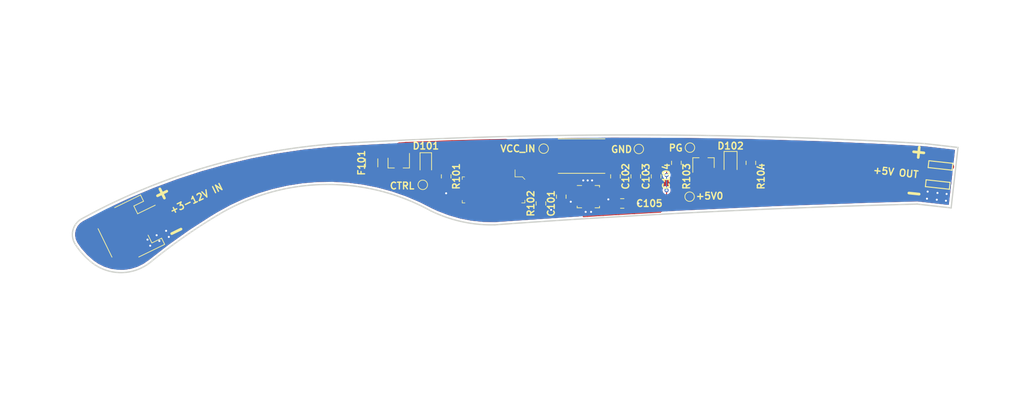
<source format=kicad_pcb>
(kicad_pcb (version 20171130) (host pcbnew "(5.1.9)-1")

  (general
    (thickness 1.6)
    (drawings 25)
    (tracks 114)
    (zones 0)
    (modules 25)
    (nets 14)
  )

  (page A4)
  (layers
    (0 F.Cu signal)
    (31 B.Cu signal)
    (32 B.Adhes user hide)
    (33 F.Adhes user hide)
    (34 B.Paste user hide)
    (35 F.Paste user hide)
    (36 B.SilkS user hide)
    (37 F.SilkS user)
    (38 B.Mask user hide)
    (39 F.Mask user)
    (40 Dwgs.User user hide)
    (41 Cmts.User user hide)
    (42 Eco1.User user hide)
    (43 Eco2.User user hide)
    (44 Edge.Cuts user)
    (45 Margin user hide)
    (46 B.CrtYd user hide)
    (47 F.CrtYd user hide)
    (48 B.Fab user hide)
    (49 F.Fab user hide)
  )

  (setup
    (last_trace_width 0.15)
    (trace_clearance 0.15)
    (zone_clearance 0.3)
    (zone_45_only no)
    (trace_min 0.15)
    (via_size 0.6)
    (via_drill 0.3)
    (via_min_size 0.6)
    (via_min_drill 0.3)
    (uvia_size 0.6)
    (uvia_drill 0.3)
    (uvias_allowed no)
    (uvia_min_size 0.6)
    (uvia_min_drill 0.1)
    (edge_width 0.15)
    (segment_width 0.15)
    (pcb_text_width 0.15)
    (pcb_text_size 1 1)
    (mod_edge_width 0.15)
    (mod_text_size 1 1)
    (mod_text_width 0.15)
    (pad_size 1.524 1.524)
    (pad_drill 0.762)
    (pad_to_mask_clearance 0.051)
    (solder_mask_min_width 0.25)
    (aux_axis_origin 0 0)
    (visible_elements 7FFFFFFF)
    (pcbplotparams
      (layerselection 0x010fc_ffffffff)
      (usegerberextensions false)
      (usegerberattributes false)
      (usegerberadvancedattributes false)
      (creategerberjobfile false)
      (excludeedgelayer true)
      (linewidth 0.100000)
      (plotframeref false)
      (viasonmask false)
      (mode 1)
      (useauxorigin false)
      (hpglpennumber 1)
      (hpglpenspeed 20)
      (hpglpendiameter 15.000000)
      (psnegative false)
      (psa4output false)
      (plotreference true)
      (plotvalue true)
      (plotinvisibletext false)
      (padsonsilk false)
      (subtractmaskfromsilk false)
      (outputformat 1)
      (mirror false)
      (drillshape 0)
      (scaleselection 1)
      (outputdirectory "./"))
  )

  (net 0 "")
  (net 1 GND)
  (net 2 /EN)
  (net 3 /VCC_IN_SAFE)
  (net 4 /POL_MOS_CTRL)
  (net 5 /PG)
  (net 6 +5V)
  (net 7 /VCC_IN)
  (net 8 "Net-(D102-Pad1)")
  (net 9 "Net-(D102-Pad2)")
  (net 10 /VAUX)
  (net 11 /VCC_IN_FUSED)
  (net 12 /L1)
  (net 13 /L2)

  (net_class Default "This is the default net class."
    (clearance 0.15)
    (trace_width 0.15)
    (via_dia 0.6)
    (via_drill 0.3)
    (uvia_dia 0.6)
    (uvia_drill 0.3)
    (diff_pair_width 0.15)
    (diff_pair_gap 0.15)
    (add_net +5V)
    (add_net /EN)
    (add_net /L1)
    (add_net /L2)
    (add_net /PG)
    (add_net /POL_MOS_CTRL)
    (add_net /VAUX)
    (add_net /VCC_IN)
    (add_net /VCC_IN_FUSED)
    (add_net /VCC_IN_SAFE)
    (add_net GND)
    (add_net "Net-(D102-Pad1)")
    (add_net "Net-(D102-Pad2)")
  )

  (module Capacitor_SMD:C_0805_2012Metric (layer F.Cu) (tedit 5B36C52B) (tstamp 608E4F57)
    (at 158 98 270)
    (descr "Capacitor SMD 0805 (2012 Metric), square (rectangular) end terminal, IPC_7351 nominal, (Body size source: https://docs.google.com/spreadsheets/d/1BsfQQcO9C6DZCsRaXUlFlo91Tg2WpOkGARC1WS5S8t0/edit?usp=sharing), generated with kicad-footprint-generator")
    (tags capacitor)
    (path /604D825D)
    (attr smd)
    (fp_text reference C101 (at 1 1.5 90) (layer F.SilkS)
      (effects (font (size 1 1) (thickness 0.2)))
    )
    (fp_text value 22U_25V (at 0 1.65 270) (layer F.Fab)
      (effects (font (size 1 1) (thickness 0.2)))
    )
    (fp_line (start -1 0.6) (end -1 -0.6) (layer F.Fab) (width 0.1))
    (fp_line (start -1 -0.6) (end 1 -0.6) (layer F.Fab) (width 0.1))
    (fp_line (start 1 -0.6) (end 1 0.6) (layer F.Fab) (width 0.1))
    (fp_line (start 1 0.6) (end -1 0.6) (layer F.Fab) (width 0.1))
    (fp_line (start -0.258578 -0.71) (end 0.258578 -0.71) (layer F.SilkS) (width 0.12))
    (fp_line (start -0.258578 0.71) (end 0.258578 0.71) (layer F.SilkS) (width 0.12))
    (fp_line (start -1.68 0.95) (end -1.68 -0.95) (layer F.CrtYd) (width 0.05))
    (fp_line (start -1.68 -0.95) (end 1.68 -0.95) (layer F.CrtYd) (width 0.05))
    (fp_line (start 1.68 -0.95) (end 1.68 0.95) (layer F.CrtYd) (width 0.05))
    (fp_line (start 1.68 0.95) (end -1.68 0.95) (layer F.CrtYd) (width 0.05))
    (fp_text user %R (at 0 0 270) (layer F.Fab)
      (effects (font (size 1 1) (thickness 0.2)))
    )
    (pad 1 smd roundrect (at -0.9375 0 270) (size 0.975 1.4) (layers F.Cu F.Paste F.Mask) (roundrect_rratio 0.25)
      (net 3 /VCC_IN_SAFE))
    (pad 2 smd roundrect (at 0.9375 0 270) (size 0.975 1.4) (layers F.Cu F.Paste F.Mask) (roundrect_rratio 0.25)
      (net 1 GND))
    (model ${KISYS3DMOD}/Capacitor_SMD.3dshapes/C_0805_2012Metric.wrl
      (at (xyz 0 0 0))
      (scale (xyz 1 1 1))
      (rotate (xyz 0 0 0))
    )
  )

  (module Capacitor_SMD:C_0805_2012Metric (layer F.Cu) (tedit 5B36C52B) (tstamp 608E6DEC)
    (at 166 95 90)
    (descr "Capacitor SMD 0805 (2012 Metric), square (rectangular) end terminal, IPC_7351 nominal, (Body size source: https://docs.google.com/spreadsheets/d/1BsfQQcO9C6DZCsRaXUlFlo91Tg2WpOkGARC1WS5S8t0/edit?usp=sharing), generated with kicad-footprint-generator")
    (tags capacitor)
    (path /604E0D34)
    (attr smd)
    (fp_text reference C102 (at 0 1.5 270) (layer F.SilkS)
      (effects (font (size 1 1) (thickness 0.2)))
    )
    (fp_text value 22U_25V (at 0 1.65 90) (layer F.Fab)
      (effects (font (size 1 1) (thickness 0.2)))
    )
    (fp_line (start 1.68 0.95) (end -1.68 0.95) (layer F.CrtYd) (width 0.05))
    (fp_line (start 1.68 -0.95) (end 1.68 0.95) (layer F.CrtYd) (width 0.05))
    (fp_line (start -1.68 -0.95) (end 1.68 -0.95) (layer F.CrtYd) (width 0.05))
    (fp_line (start -1.68 0.95) (end -1.68 -0.95) (layer F.CrtYd) (width 0.05))
    (fp_line (start -0.258578 0.71) (end 0.258578 0.71) (layer F.SilkS) (width 0.12))
    (fp_line (start -0.258578 -0.71) (end 0.258578 -0.71) (layer F.SilkS) (width 0.12))
    (fp_line (start 1 0.6) (end -1 0.6) (layer F.Fab) (width 0.1))
    (fp_line (start 1 -0.6) (end 1 0.6) (layer F.Fab) (width 0.1))
    (fp_line (start -1 -0.6) (end 1 -0.6) (layer F.Fab) (width 0.1))
    (fp_line (start -1 0.6) (end -1 -0.6) (layer F.Fab) (width 0.1))
    (fp_text user %R (at 0 0 90) (layer F.Fab)
      (effects (font (size 1 1) (thickness 0.2)))
    )
    (pad 2 smd roundrect (at 0.9375 0 90) (size 0.975 1.4) (layers F.Cu F.Paste F.Mask) (roundrect_rratio 0.25)
      (net 1 GND))
    (pad 1 smd roundrect (at -0.9375 0 90) (size 0.975 1.4) (layers F.Cu F.Paste F.Mask) (roundrect_rratio 0.25)
      (net 6 +5V))
    (model ${KISYS3DMOD}/Capacitor_SMD.3dshapes/C_0805_2012Metric.wrl
      (at (xyz 0 0 0))
      (scale (xyz 1 1 1))
      (rotate (xyz 0 0 0))
    )
  )

  (module Capacitor_SMD:C_0805_2012Metric (layer F.Cu) (tedit 5B36C52B) (tstamp 608E3FDC)
    (at 169 95 90)
    (descr "Capacitor SMD 0805 (2012 Metric), square (rectangular) end terminal, IPC_7351 nominal, (Body size source: https://docs.google.com/spreadsheets/d/1BsfQQcO9C6DZCsRaXUlFlo91Tg2WpOkGARC1WS5S8t0/edit?usp=sharing), generated with kicad-footprint-generator")
    (tags capacitor)
    (path /6088DE45)
    (attr smd)
    (fp_text reference C103 (at 0 1.5 270) (layer F.SilkS)
      (effects (font (size 1 1) (thickness 0.2)))
    )
    (fp_text value 22U_25V (at 0 1.65 90) (layer F.Fab)
      (effects (font (size 1 1) (thickness 0.2)))
    )
    (fp_line (start -1 0.6) (end -1 -0.6) (layer F.Fab) (width 0.1))
    (fp_line (start -1 -0.6) (end 1 -0.6) (layer F.Fab) (width 0.1))
    (fp_line (start 1 -0.6) (end 1 0.6) (layer F.Fab) (width 0.1))
    (fp_line (start 1 0.6) (end -1 0.6) (layer F.Fab) (width 0.1))
    (fp_line (start -0.258578 -0.71) (end 0.258578 -0.71) (layer F.SilkS) (width 0.12))
    (fp_line (start -0.258578 0.71) (end 0.258578 0.71) (layer F.SilkS) (width 0.12))
    (fp_line (start -1.68 0.95) (end -1.68 -0.95) (layer F.CrtYd) (width 0.05))
    (fp_line (start -1.68 -0.95) (end 1.68 -0.95) (layer F.CrtYd) (width 0.05))
    (fp_line (start 1.68 -0.95) (end 1.68 0.95) (layer F.CrtYd) (width 0.05))
    (fp_line (start 1.68 0.95) (end -1.68 0.95) (layer F.CrtYd) (width 0.05))
    (fp_text user %R (at 0 0 90) (layer F.Fab)
      (effects (font (size 1 1) (thickness 0.2)))
    )
    (pad 1 smd roundrect (at -0.9375 0 90) (size 0.975 1.4) (layers F.Cu F.Paste F.Mask) (roundrect_rratio 0.25)
      (net 6 +5V))
    (pad 2 smd roundrect (at 0.9375 0 90) (size 0.975 1.4) (layers F.Cu F.Paste F.Mask) (roundrect_rratio 0.25)
      (net 1 GND))
    (model ${KISYS3DMOD}/Capacitor_SMD.3dshapes/C_0805_2012Metric.wrl
      (at (xyz 0 0 0))
      (scale (xyz 1 1 1))
      (rotate (xyz 0 0 0))
    )
  )

  (module Capacitor_SMD:C_0805_2012Metric (layer F.Cu) (tedit 5B36C52B) (tstamp 608FA958)
    (at 172 95 90)
    (descr "Capacitor SMD 0805 (2012 Metric), square (rectangular) end terminal, IPC_7351 nominal, (Body size source: https://docs.google.com/spreadsheets/d/1BsfQQcO9C6DZCsRaXUlFlo91Tg2WpOkGARC1WS5S8t0/edit?usp=sharing), generated with kicad-footprint-generator")
    (tags capacitor)
    (path /6088ECFA)
    (attr smd)
    (fp_text reference C104 (at 0 1.5 270) (layer F.SilkS)
      (effects (font (size 1 1) (thickness 0.2)))
    )
    (fp_text value 22U_25V (at 0 1.65 90) (layer F.Fab)
      (effects (font (size 1 1) (thickness 0.2)))
    )
    (fp_line (start 1.68 0.95) (end -1.68 0.95) (layer F.CrtYd) (width 0.05))
    (fp_line (start 1.68 -0.95) (end 1.68 0.95) (layer F.CrtYd) (width 0.05))
    (fp_line (start -1.68 -0.95) (end 1.68 -0.95) (layer F.CrtYd) (width 0.05))
    (fp_line (start -1.68 0.95) (end -1.68 -0.95) (layer F.CrtYd) (width 0.05))
    (fp_line (start -0.258578 0.71) (end 0.258578 0.71) (layer F.SilkS) (width 0.12))
    (fp_line (start -0.258578 -0.71) (end 0.258578 -0.71) (layer F.SilkS) (width 0.12))
    (fp_line (start 1 0.6) (end -1 0.6) (layer F.Fab) (width 0.1))
    (fp_line (start 1 -0.6) (end 1 0.6) (layer F.Fab) (width 0.1))
    (fp_line (start -1 -0.6) (end 1 -0.6) (layer F.Fab) (width 0.1))
    (fp_line (start -1 0.6) (end -1 -0.6) (layer F.Fab) (width 0.1))
    (fp_text user %R (at 0 0 90) (layer F.Fab)
      (effects (font (size 1 1) (thickness 0.2)))
    )
    (pad 2 smd roundrect (at 0.9375 0 90) (size 0.975 1.4) (layers F.Cu F.Paste F.Mask) (roundrect_rratio 0.25)
      (net 1 GND))
    (pad 1 smd roundrect (at -0.9375 0 90) (size 0.975 1.4) (layers F.Cu F.Paste F.Mask) (roundrect_rratio 0.25)
      (net 6 +5V))
    (model ${KISYS3DMOD}/Capacitor_SMD.3dshapes/C_0805_2012Metric.wrl
      (at (xyz 0 0 0))
      (scale (xyz 1 1 1))
      (rotate (xyz 0 0 0))
    )
  )

  (module Capacitor_SMD:C_0805_2012Metric (layer F.Cu) (tedit 5B36C52B) (tstamp 608FA947)
    (at 167 99)
    (descr "Capacitor SMD 0805 (2012 Metric), square (rectangular) end terminal, IPC_7351 nominal, (Body size source: https://docs.google.com/spreadsheets/d/1BsfQQcO9C6DZCsRaXUlFlo91Tg2WpOkGARC1WS5S8t0/edit?usp=sharing), generated with kicad-footprint-generator")
    (tags capacitor)
    (path /5F4B8E20)
    (attr smd)
    (fp_text reference C105 (at 4 0) (layer F.SilkS)
      (effects (font (size 1 1) (thickness 0.2)))
    )
    (fp_text value 100N_15V (at 0 1.65) (layer F.Fab)
      (effects (font (size 1 1) (thickness 0.2)))
    )
    (fp_line (start -1 0.6) (end -1 -0.6) (layer F.Fab) (width 0.1))
    (fp_line (start -1 -0.6) (end 1 -0.6) (layer F.Fab) (width 0.1))
    (fp_line (start 1 -0.6) (end 1 0.6) (layer F.Fab) (width 0.1))
    (fp_line (start 1 0.6) (end -1 0.6) (layer F.Fab) (width 0.1))
    (fp_line (start -0.258578 -0.71) (end 0.258578 -0.71) (layer F.SilkS) (width 0.12))
    (fp_line (start -0.258578 0.71) (end 0.258578 0.71) (layer F.SilkS) (width 0.12))
    (fp_line (start -1.68 0.95) (end -1.68 -0.95) (layer F.CrtYd) (width 0.05))
    (fp_line (start -1.68 -0.95) (end 1.68 -0.95) (layer F.CrtYd) (width 0.05))
    (fp_line (start 1.68 -0.95) (end 1.68 0.95) (layer F.CrtYd) (width 0.05))
    (fp_line (start 1.68 0.95) (end -1.68 0.95) (layer F.CrtYd) (width 0.05))
    (fp_text user %R (at 0 0) (layer F.Fab)
      (effects (font (size 1 1) (thickness 0.2)))
    )
    (pad 1 smd roundrect (at -0.9375 0) (size 0.975 1.4) (layers F.Cu F.Paste F.Mask) (roundrect_rratio 0.25)
      (net 10 /VAUX))
    (pad 2 smd roundrect (at 0.9375 0) (size 0.975 1.4) (layers F.Cu F.Paste F.Mask) (roundrect_rratio 0.25)
      (net 1 GND))
    (model ${KISYS3DMOD}/Capacitor_SMD.3dshapes/C_0805_2012Metric.wrl
      (at (xyz 0 0 0))
      (scale (xyz 1 1 1))
      (rotate (xyz 0 0 0))
    )
  )

  (module Diode_SMD:D_SOD-323 (layer F.Cu) (tedit 58641739) (tstamp 608EA6F7)
    (at 138 93 270)
    (descr SOD-323)
    (tags SOD-323)
    (path /6091C99C)
    (attr smd)
    (fp_text reference D101 (at -2.5 0 180) (layer F.SilkS)
      (effects (font (size 1 1) (thickness 0.2)))
    )
    (fp_text value D_TVS (at 0.1 1.9 270) (layer F.Fab)
      (effects (font (size 1 1) (thickness 0.2)))
    )
    (fp_line (start -1.5 -0.85) (end -1.5 0.85) (layer F.SilkS) (width 0.12))
    (fp_line (start 0.2 0) (end 0.45 0) (layer F.Fab) (width 0.1))
    (fp_line (start 0.2 0.35) (end -0.3 0) (layer F.Fab) (width 0.1))
    (fp_line (start 0.2 -0.35) (end 0.2 0.35) (layer F.Fab) (width 0.1))
    (fp_line (start -0.3 0) (end 0.2 -0.35) (layer F.Fab) (width 0.1))
    (fp_line (start -0.3 0) (end -0.5 0) (layer F.Fab) (width 0.1))
    (fp_line (start -0.3 -0.35) (end -0.3 0.35) (layer F.Fab) (width 0.1))
    (fp_line (start -0.9 0.7) (end -0.9 -0.7) (layer F.Fab) (width 0.1))
    (fp_line (start 0.9 0.7) (end -0.9 0.7) (layer F.Fab) (width 0.1))
    (fp_line (start 0.9 -0.7) (end 0.9 0.7) (layer F.Fab) (width 0.1))
    (fp_line (start -0.9 -0.7) (end 0.9 -0.7) (layer F.Fab) (width 0.1))
    (fp_line (start -1.6 -0.95) (end 1.6 -0.95) (layer F.CrtYd) (width 0.05))
    (fp_line (start 1.6 -0.95) (end 1.6 0.95) (layer F.CrtYd) (width 0.05))
    (fp_line (start -1.6 0.95) (end 1.6 0.95) (layer F.CrtYd) (width 0.05))
    (fp_line (start -1.6 -0.95) (end -1.6 0.95) (layer F.CrtYd) (width 0.05))
    (fp_line (start -1.5 0.85) (end 1.05 0.85) (layer F.SilkS) (width 0.12))
    (fp_line (start -1.5 -0.85) (end 1.05 -0.85) (layer F.SilkS) (width 0.12))
    (fp_text user %R (at 0 -1.85 270) (layer F.Fab)
      (effects (font (size 1 1) (thickness 0.2)))
    )
    (pad 1 smd rect (at -1.05 0 270) (size 0.6 0.45) (layers F.Cu F.Paste F.Mask)
      (net 3 /VCC_IN_SAFE))
    (pad 2 smd rect (at 1.05 0 270) (size 0.6 0.45) (layers F.Cu F.Paste F.Mask)
      (net 4 /POL_MOS_CTRL))
    (model ${KISYS3DMOD}/Diode_SMD.3dshapes/D_SOD-323.wrl
      (at (xyz 0 0 0))
      (scale (xyz 1 1 1))
      (rotate (xyz 0 0 0))
    )
  )

  (module Inductor_SMD:L_Taiyo-Yuden_NR-50xx_HandSoldering (layer F.Cu) (tedit 5990349D) (tstamp 608FA8CE)
    (at 161 92)
    (descr "Inductor, Taiyo Yuden, NR series, Taiyo-Yuden_NR-50xx, 4.9mmx4.9mm")
    (tags "inductor taiyo-yuden nr smd")
    (path /5F4B9710)
    (attr smd)
    (fp_text reference L101 (at 0 -3.45) (layer F.SilkS) hide
      (effects (font (size 1 1) (thickness 0.2)))
    )
    (fp_text value 1U (at 0 3.95) (layer F.Fab)
      (effects (font (size 1 1) (thickness 0.2)))
    )
    (fp_line (start -2.45 0) (end -2.45 -1.65) (layer F.Fab) (width 0.1))
    (fp_line (start -2.45 -1.65) (end -1.65 -2.45) (layer F.Fab) (width 0.1))
    (fp_line (start -1.65 -2.45) (end 0 -2.45) (layer F.Fab) (width 0.1))
    (fp_line (start 2.45 0) (end 2.45 -1.65) (layer F.Fab) (width 0.1))
    (fp_line (start 2.45 -1.65) (end 1.65 -2.45) (layer F.Fab) (width 0.1))
    (fp_line (start 1.65 -2.45) (end 0 -2.45) (layer F.Fab) (width 0.1))
    (fp_line (start 2.45 0) (end 2.45 1.65) (layer F.Fab) (width 0.1))
    (fp_line (start 2.45 1.65) (end 1.65 2.45) (layer F.Fab) (width 0.1))
    (fp_line (start 1.65 2.45) (end 0 2.45) (layer F.Fab) (width 0.1))
    (fp_line (start -2.45 0) (end -2.45 1.65) (layer F.Fab) (width 0.1))
    (fp_line (start -2.45 1.65) (end -1.65 2.45) (layer F.Fab) (width 0.1))
    (fp_line (start -1.65 2.45) (end 0 2.45) (layer F.Fab) (width 0.1))
    (fp_line (start -3.45 -2.55) (end 3.45 -2.55) (layer F.SilkS) (width 0.12))
    (fp_line (start -3.45 2.55) (end 3.45 2.55) (layer F.SilkS) (width 0.12))
    (fp_line (start -3.75 -2.75) (end -3.75 2.75) (layer F.CrtYd) (width 0.05))
    (fp_line (start -3.75 2.75) (end 3.75 2.75) (layer F.CrtYd) (width 0.05))
    (fp_line (start 3.75 2.75) (end 3.75 -2.75) (layer F.CrtYd) (width 0.05))
    (fp_line (start 3.75 -2.75) (end -3.75 -2.75) (layer F.CrtYd) (width 0.05))
    (fp_text user %R (at 0 0) (layer F.Fab)
      (effects (font (size 1 1) (thickness 0.2)))
    )
    (pad 1 smd rect (at -2.25 0) (size 2.4 4.2) (layers F.Cu F.Paste F.Mask)
      (net 12 /L1))
    (pad 2 smd rect (at 2.25 0) (size 2.4 4.2) (layers F.Cu F.Paste F.Mask)
      (net 13 /L2))
    (model ${KISYS3DMOD}/Inductor_SMD.3dshapes/L_Taiyo-Yuden_NR-50xx.wrl
      (at (xyz 0 0 0))
      (scale (xyz 1 1 1))
      (rotate (xyz 0 0 0))
    )
  )

  (module LED_SMD:LED_0805_2012Metric (layer F.Cu) (tedit 5B36C52C) (tstamp 608FA8B5)
    (at 183 93 270)
    (descr "LED SMD 0805 (2012 Metric), square (rectangular) end terminal, IPC_7351 nominal, (Body size source: https://docs.google.com/spreadsheets/d/1BsfQQcO9C6DZCsRaXUlFlo91Tg2WpOkGARC1WS5S8t0/edit?usp=sharing), generated with kicad-footprint-generator")
    (tags diode)
    (path /5F4C82CF)
    (attr smd)
    (fp_text reference D102 (at -2.5 0 180) (layer F.SilkS)
      (effects (font (size 1 1) (thickness 0.2)))
    )
    (fp_text value P_GOOD (at 0 1.65 270) (layer F.Fab)
      (effects (font (size 1 1) (thickness 0.2)))
    )
    (fp_line (start 1 -0.6) (end -0.7 -0.6) (layer F.Fab) (width 0.1))
    (fp_line (start -0.7 -0.6) (end -1 -0.3) (layer F.Fab) (width 0.1))
    (fp_line (start -1 -0.3) (end -1 0.6) (layer F.Fab) (width 0.1))
    (fp_line (start -1 0.6) (end 1 0.6) (layer F.Fab) (width 0.1))
    (fp_line (start 1 0.6) (end 1 -0.6) (layer F.Fab) (width 0.1))
    (fp_line (start 1 -0.96) (end -1.685 -0.96) (layer F.SilkS) (width 0.12))
    (fp_line (start -1.685 -0.96) (end -1.685 0.96) (layer F.SilkS) (width 0.12))
    (fp_line (start -1.685 0.96) (end 1 0.96) (layer F.SilkS) (width 0.12))
    (fp_line (start -1.68 0.95) (end -1.68 -0.95) (layer F.CrtYd) (width 0.05))
    (fp_line (start -1.68 -0.95) (end 1.68 -0.95) (layer F.CrtYd) (width 0.05))
    (fp_line (start 1.68 -0.95) (end 1.68 0.95) (layer F.CrtYd) (width 0.05))
    (fp_line (start 1.68 0.95) (end -1.68 0.95) (layer F.CrtYd) (width 0.05))
    (fp_text user %R (at 0 0 270) (layer F.Fab)
      (effects (font (size 1 1) (thickness 0.2)))
    )
    (pad 1 smd roundrect (at -0.9375 0 270) (size 0.975 1.4) (layers F.Cu F.Paste F.Mask) (roundrect_rratio 0.25)
      (net 8 "Net-(D102-Pad1)"))
    (pad 2 smd roundrect (at 0.9375 0 270) (size 0.975 1.4) (layers F.Cu F.Paste F.Mask) (roundrect_rratio 0.25)
      (net 9 "Net-(D102-Pad2)"))
    (model ${KISYS3DMOD}/LED_SMD.3dshapes/LED_0805_2012Metric.wrl
      (at (xyz 0 0 0))
      (scale (xyz 1 1 1))
      (rotate (xyz 0 0 0))
    )
  )

  (module Package_SON:Texas_S-PWSON-N10 (layer F.Cu) (tedit 5A8DFD69) (tstamp 608FA8A2)
    (at 162 98)
    (descr "3x3mm Body, 0.5mm Pitch, S-PWSON-N10, DSC, http://www.ti.com/lit/ds/symlink/tps63060.pdf")
    (tags "0.5 S-PWSON-N10 DSC")
    (path /5F4B6990)
    (attr smd)
    (fp_text reference U101 (at 0 -2.8) (layer F.SilkS) hide
      (effects (font (size 1 1) (thickness 0.2)))
    )
    (fp_text value TPS63061DSCT (at 0 2.8) (layer F.Fab)
      (effects (font (size 1 1) (thickness 0.2)))
    )
    (fp_line (start -0.7875 -1.575) (end -1.575 -0.7875) (layer F.Fab) (width 0.1))
    (fp_line (start -1.575 1.575) (end -1.575 -0.7875) (layer F.Fab) (width 0.1))
    (fp_line (start 1.575 1.575) (end -1.575 1.575) (layer F.Fab) (width 0.1))
    (fp_line (start 1.575 -1.575) (end 1.575 1.575) (layer F.Fab) (width 0.1))
    (fp_line (start -0.7875 -1.575) (end 1.575 -1.575) (layer F.Fab) (width 0.1))
    (fp_line (start -2.15 -2.03) (end -2.15 2.03) (layer F.CrtYd) (width 0.05))
    (fp_line (start 2.15 -2.03) (end 2.15 2.03) (layer F.CrtYd) (width 0.05))
    (fp_line (start -2.15 -2.03) (end 2.15 -2.03) (layer F.CrtYd) (width 0.05))
    (fp_line (start -2.15 2.03) (end 2.15 2.03) (layer F.CrtYd) (width 0.05))
    (fp_line (start 0.985 1.65) (end 1.65 1.65) (layer F.SilkS) (width 0.12))
    (fp_line (start -1.65 -1.65) (end -0.985 -1.65) (layer F.SilkS) (width 0.12))
    (fp_line (start 0.985 -1.65) (end 1.65 -1.65) (layer F.SilkS) (width 0.12))
    (fp_line (start -1.65 1.65) (end -0.985 1.65) (layer F.SilkS) (width 0.12))
    (fp_line (start 1.65 -1.4) (end 1.65 -1.65) (layer F.SilkS) (width 0.12))
    (fp_line (start 1.65 1.4) (end 1.65 1.65) (layer F.SilkS) (width 0.12))
    (fp_line (start -1.65 1.65) (end -1.65 1.4) (layer F.SilkS) (width 0.12))
    (fp_text user %R (at 0 0) (layer F.Fab)
      (effects (font (size 1 1) (thickness 0.2)))
    )
    (pad 11 smd rect (at -0.6 1.425) (size 0.25 0.7) (layers F.Cu F.Mask)
      (net 1 GND) (solder_paste_margin -0.05))
    (pad 11 smd rect (at 0.6 1.425) (size 0.25 0.7) (layers F.Cu F.Mask)
      (net 1 GND) (solder_paste_margin -0.05))
    (pad 11 smd rect (at -0.6 -1.425) (size 0.25 0.7) (layers F.Cu F.Mask)
      (net 1 GND) (solder_paste_margin -0.05))
    (pad 11 smd rect (at 0.6 -1.425) (size 0.25 0.7) (layers F.Cu F.Mask)
      (net 1 GND) (solder_paste_margin -0.05))
    (pad 1 smd oval (at -1.475 -1) (size 0.85 0.28) (layers F.Cu F.Paste F.Mask)
      (net 12 /L1) (solder_mask_margin 0.07) (solder_paste_margin -0.025))
    (pad 2 smd oval (at -1.475 -0.5) (size 0.85 0.28) (layers F.Cu F.Paste F.Mask)
      (net 3 /VCC_IN_SAFE) (solder_mask_margin 0.07) (solder_paste_margin -0.025))
    (pad 3 smd rect (at -1.76 0) (size 0.28 0.28) (layers F.Cu F.Paste F.Mask)
      (net 2 /EN) (solder_mask_margin 0.07) (solder_paste_margin -0.025))
    (pad 4 smd oval (at -1.475 0.5) (size 0.85 0.28) (layers F.Cu F.Paste F.Mask)
      (net 1 GND) (solder_mask_margin 0.07) (solder_paste_margin -0.025))
    (pad 5 smd rect (at -1.76 1) (size 0.28 0.28) (layers F.Cu F.Paste F.Mask)
      (net 5 /PG) (solder_mask_margin 0.07) (solder_paste_margin -0.025))
    (pad 6 smd oval (at 1.475 1) (size 0.85 0.28) (layers F.Cu F.Paste F.Mask)
      (net 10 /VAUX) (solder_mask_margin 0.07) (solder_paste_margin -0.025))
    (pad 7 smd oval (at 1.475 0.5) (size 0.85 0.28) (layers F.Cu F.Paste F.Mask)
      (net 1 GND) (solder_mask_margin 0.07) (solder_paste_margin -0.025))
    (pad 8 smd rect (at 1.76 0) (size 0.28 0.28) (layers F.Cu F.Paste F.Mask)
      (net 6 +5V) (solder_mask_margin 0.07) (solder_paste_margin -0.025))
    (pad 9 smd rect (at 1.76 -0.5) (size 0.28 0.28) (layers F.Cu F.Paste F.Mask)
      (net 6 +5V) (solder_mask_margin 0.07) (solder_paste_margin -0.025))
    (pad 10 smd rect (at 1.76 -1) (size 0.28 0.28) (layers F.Cu F.Paste F.Mask)
      (net 13 /L2) (solder_mask_margin 0.07) (solder_paste_margin -0.025))
    (pad 11 smd rect (at -0.2 -1.425) (size 0.25 0.7) (layers F.Cu F.Mask)
      (net 1 GND) (solder_paste_margin -0.05))
    (pad 11 smd rect (at 0.2 -1.425) (size 0.25 0.7) (layers F.Cu F.Mask)
      (net 1 GND) (solder_paste_margin -0.05))
    (pad 11 smd rect (at -0.2 1.425) (size 0.25 0.7) (layers F.Cu F.Mask)
      (net 1 GND) (solder_paste_margin -0.05))
    (pad 11 smd rect (at 0.2 1.425) (size 0.25 0.7) (layers F.Cu F.Mask)
      (net 1 GND) (solder_paste_margin -0.05))
    (pad 11 smd rect (at 0 0) (size 1.7 2.15) (layers F.Cu F.Mask)
      (net 1 GND))
    (pad 1 smd rect (at -1.76 -1) (size 0.28 0.28) (layers F.Cu F.Paste F.Mask)
      (net 12 /L1) (solder_mask_margin 0.07) (solder_paste_margin -0.025))
    (pad 2 smd rect (at -1.76 -0.5) (size 0.28 0.28) (layers F.Cu F.Paste F.Mask)
      (net 3 /VCC_IN_SAFE) (solder_mask_margin 0.07) (solder_paste_margin -0.025))
    (pad 3 smd oval (at -1.475 0) (size 0.85 0.28) (layers F.Cu F.Paste F.Mask)
      (net 2 /EN) (solder_mask_margin 0.07) (solder_paste_margin -0.025))
    (pad 4 smd rect (at -1.76 0.5) (size 0.28 0.28) (layers F.Cu F.Paste F.Mask)
      (net 1 GND) (solder_mask_margin 0.07) (solder_paste_margin -0.025))
    (pad 5 smd oval (at -1.475 1) (size 0.85 0.28) (layers F.Cu F.Paste F.Mask)
      (net 5 /PG) (solder_mask_margin 0.07) (solder_paste_margin -0.025))
    (pad 6 smd rect (at 1.76 1) (size 0.28 0.28) (layers F.Cu F.Paste F.Mask)
      (net 10 /VAUX) (solder_mask_margin 0.07) (solder_paste_margin -0.025))
    (pad 7 smd rect (at 1.76 0.5) (size 0.28 0.28) (layers F.Cu F.Paste F.Mask)
      (net 1 GND) (solder_mask_margin 0.07) (solder_paste_margin -0.025))
    (pad 8 smd oval (at 1.475 0) (size 0.85 0.28) (layers F.Cu F.Paste F.Mask)
      (net 6 +5V) (solder_mask_margin 0.07) (solder_paste_margin -0.025))
    (pad 9 smd oval (at 1.475 -0.5) (size 0.85 0.28) (layers F.Cu F.Paste F.Mask)
      (net 6 +5V) (solder_mask_margin 0.07) (solder_paste_margin -0.025))
    (pad 10 smd oval (at 1.475 -1) (size 0.85 0.28) (layers F.Cu F.Paste F.Mask)
      (net 13 /L2) (solder_mask_margin 0.07) (solder_paste_margin -0.025))
    (pad 11 smd rect (at -0.435 -0.56) (size 0.65 0.9) (layers F.Cu F.Paste F.Mask)
      (net 1 GND))
    (pad 11 smd rect (at 0.435 0.56) (size 0.65 0.9) (layers F.Cu F.Paste F.Mask)
      (net 1 GND))
    (pad 11 smd rect (at -0.435 0.56) (size 0.65 0.9) (layers F.Cu F.Paste F.Mask)
      (net 1 GND))
    (pad 11 smd rect (at 0.435 -0.56) (size 0.65 0.9) (layers F.Cu F.Paste F.Mask)
      (net 1 GND))
    (pad 11 smd rect (at -0.6 -1.425) (size 0.23 0.6) (layers F.Cu F.Paste F.Mask)
      (net 1 GND))
    (pad 11 smd rect (at -0.2 -1.425) (size 0.23 0.6) (layers F.Cu F.Paste F.Mask)
      (net 1 GND))
    (pad 11 smd rect (at 0.2 -1.425) (size 0.23 0.6) (layers F.Cu F.Paste F.Mask)
      (net 1 GND))
    (pad 11 smd rect (at 0.6 -1.425) (size 0.23 0.6) (layers F.Cu F.Paste F.Mask)
      (net 1 GND))
    (pad 11 smd rect (at -0.6 1.425) (size 0.23 0.6) (layers F.Cu F.Paste F.Mask)
      (net 1 GND))
    (pad 11 smd rect (at -0.2 1.425) (size 0.23 0.6) (layers F.Cu F.Paste F.Mask)
      (net 1 GND))
    (pad 11 smd rect (at 0.2 1.425) (size 0.23 0.6) (layers F.Cu F.Paste F.Mask)
      (net 1 GND))
    (pad 11 smd rect (at 0.6 1.425) (size 0.23 0.6) (layers F.Cu F.Paste F.Mask)
      (net 1 GND))
    (model ${KISYS3DMOD}/Package_SON.3dshapes/Texas_S-PWSON-N10.wrl
      (at (xyz 0 0 0))
      (scale (xyz 1 1 1))
      (rotate (xyz 0 0 0))
    )
  )

  (module Package_TO_SOT_SMD:SOT-23 (layer F.Cu) (tedit 5A02FF57) (tstamp 608FA864)
    (at 179 93 90)
    (descr "SOT-23, Standard")
    (tags SOT-23)
    (path /608D6E29)
    (attr smd)
    (fp_text reference Q102 (at 0 -2.5 90) (layer F.SilkS) hide
      (effects (font (size 1 1) (thickness 0.2)))
    )
    (fp_text value TP0610T (at 0 2.5 90) (layer F.Fab)
      (effects (font (size 1 1) (thickness 0.2)))
    )
    (fp_line (start 0.76 1.58) (end -0.7 1.58) (layer F.SilkS) (width 0.12))
    (fp_line (start 0.76 -1.58) (end -1.4 -1.58) (layer F.SilkS) (width 0.12))
    (fp_line (start -1.7 1.75) (end -1.7 -1.75) (layer F.CrtYd) (width 0.05))
    (fp_line (start 1.7 1.75) (end -1.7 1.75) (layer F.CrtYd) (width 0.05))
    (fp_line (start 1.7 -1.75) (end 1.7 1.75) (layer F.CrtYd) (width 0.05))
    (fp_line (start -1.7 -1.75) (end 1.7 -1.75) (layer F.CrtYd) (width 0.05))
    (fp_line (start 0.76 -1.58) (end 0.76 -0.65) (layer F.SilkS) (width 0.12))
    (fp_line (start 0.76 1.58) (end 0.76 0.65) (layer F.SilkS) (width 0.12))
    (fp_line (start -0.7 1.52) (end 0.7 1.52) (layer F.Fab) (width 0.1))
    (fp_line (start 0.7 -1.52) (end 0.7 1.52) (layer F.Fab) (width 0.1))
    (fp_line (start -0.7 -0.95) (end -0.15 -1.52) (layer F.Fab) (width 0.1))
    (fp_line (start -0.15 -1.52) (end 0.7 -1.52) (layer F.Fab) (width 0.1))
    (fp_line (start -0.7 -0.95) (end -0.7 1.5) (layer F.Fab) (width 0.1))
    (fp_text user %R (at 0 0 180) (layer F.Fab)
      (effects (font (size 1 1) (thickness 0.2)))
    )
    (pad 3 smd rect (at 1 0 90) (size 0.9 0.8) (layers F.Cu F.Paste F.Mask)
      (net 5 /PG))
    (pad 2 smd rect (at -1 0.95 90) (size 0.9 0.8) (layers F.Cu F.Paste F.Mask)
      (net 9 "Net-(D102-Pad2)"))
    (pad 1 smd rect (at -1 -0.95 90) (size 0.9 0.8) (layers F.Cu F.Paste F.Mask)
      (net 6 +5V))
    (model ${KISYS3DMOD}/Package_TO_SOT_SMD.3dshapes/SOT-23.wrl
      (at (xyz 0 0 0))
      (scale (xyz 1 1 1))
      (rotate (xyz 0 0 0))
    )
  )

  (module Package_TO_SOT_SMD:SOT-23 (layer F.Cu) (tedit 5A02FF57) (tstamp 608FA84F)
    (at 134 93 270)
    (descr "SOT-23, Standard")
    (tags SOT-23)
    (path /5F7F3597)
    (attr smd)
    (fp_text reference Q101 (at -2.5 0) (layer F.SilkS) hide
      (effects (font (size 1 1) (thickness 0.2)))
    )
    (fp_text value TP0610T (at 0 2.5 270) (layer F.Fab)
      (effects (font (size 1 1) (thickness 0.2)))
    )
    (fp_line (start -0.7 -0.95) (end -0.7 1.5) (layer F.Fab) (width 0.1))
    (fp_line (start -0.15 -1.52) (end 0.7 -1.52) (layer F.Fab) (width 0.1))
    (fp_line (start -0.7 -0.95) (end -0.15 -1.52) (layer F.Fab) (width 0.1))
    (fp_line (start 0.7 -1.52) (end 0.7 1.52) (layer F.Fab) (width 0.1))
    (fp_line (start -0.7 1.52) (end 0.7 1.52) (layer F.Fab) (width 0.1))
    (fp_line (start 0.76 1.58) (end 0.76 0.65) (layer F.SilkS) (width 0.12))
    (fp_line (start 0.76 -1.58) (end 0.76 -0.65) (layer F.SilkS) (width 0.12))
    (fp_line (start -1.7 -1.75) (end 1.7 -1.75) (layer F.CrtYd) (width 0.05))
    (fp_line (start 1.7 -1.75) (end 1.7 1.75) (layer F.CrtYd) (width 0.05))
    (fp_line (start 1.7 1.75) (end -1.7 1.75) (layer F.CrtYd) (width 0.05))
    (fp_line (start -1.7 1.75) (end -1.7 -1.75) (layer F.CrtYd) (width 0.05))
    (fp_line (start 0.76 -1.58) (end -1.4 -1.58) (layer F.SilkS) (width 0.12))
    (fp_line (start 0.76 1.58) (end -0.7 1.58) (layer F.SilkS) (width 0.12))
    (fp_text user %R (at 0 0) (layer F.Fab)
      (effects (font (size 1 1) (thickness 0.2)))
    )
    (pad 1 smd rect (at -1 -0.95 270) (size 0.9 0.8) (layers F.Cu F.Paste F.Mask)
      (net 4 /POL_MOS_CTRL))
    (pad 2 smd rect (at -1 0.95 270) (size 0.9 0.8) (layers F.Cu F.Paste F.Mask)
      (net 3 /VCC_IN_SAFE))
    (pad 3 smd rect (at 1 0 270) (size 0.9 0.8) (layers F.Cu F.Paste F.Mask)
      (net 11 /VCC_IN_FUSED))
    (model ${KISYS3DMOD}/Package_TO_SOT_SMD.3dshapes/SOT-23.wrl
      (at (xyz 0 0 0))
      (scale (xyz 1 1 1))
      (rotate (xyz 0 0 0))
    )
  )

  (module Resistor_SMD:R_0805_2012Metric (layer F.Cu) (tedit 5B36C52B) (tstamp 608FA83A)
    (at 141 95 270)
    (descr "Resistor SMD 0805 (2012 Metric), square (rectangular) end terminal, IPC_7351 nominal, (Body size source: https://docs.google.com/spreadsheets/d/1BsfQQcO9C6DZCsRaXUlFlo91Tg2WpOkGARC1WS5S8t0/edit?usp=sharing), generated with kicad-footprint-generator")
    (tags resistor)
    (path /5F7F24DD)
    (attr smd)
    (fp_text reference R101 (at 0 -1.5 90) (layer F.SilkS)
      (effects (font (size 1 1) (thickness 0.2)))
    )
    (fp_text value 100K (at 0 1.65 270) (layer F.Fab)
      (effects (font (size 1 1) (thickness 0.2)))
    )
    (fp_line (start 1.68 0.95) (end -1.68 0.95) (layer F.CrtYd) (width 0.05))
    (fp_line (start 1.68 -0.95) (end 1.68 0.95) (layer F.CrtYd) (width 0.05))
    (fp_line (start -1.68 -0.95) (end 1.68 -0.95) (layer F.CrtYd) (width 0.05))
    (fp_line (start -1.68 0.95) (end -1.68 -0.95) (layer F.CrtYd) (width 0.05))
    (fp_line (start -0.258578 0.71) (end 0.258578 0.71) (layer F.SilkS) (width 0.12))
    (fp_line (start -0.258578 -0.71) (end 0.258578 -0.71) (layer F.SilkS) (width 0.12))
    (fp_line (start 1 0.6) (end -1 0.6) (layer F.Fab) (width 0.1))
    (fp_line (start 1 -0.6) (end 1 0.6) (layer F.Fab) (width 0.1))
    (fp_line (start -1 -0.6) (end 1 -0.6) (layer F.Fab) (width 0.1))
    (fp_line (start -1 0.6) (end -1 -0.6) (layer F.Fab) (width 0.1))
    (fp_text user %R (at 0 0 270) (layer F.Fab)
      (effects (font (size 1 1) (thickness 0.2)))
    )
    (pad 2 smd roundrect (at 0.9375 0 270) (size 0.975 1.4) (layers F.Cu F.Paste F.Mask) (roundrect_rratio 0.25)
      (net 1 GND))
    (pad 1 smd roundrect (at -0.9375 0 270) (size 0.975 1.4) (layers F.Cu F.Paste F.Mask) (roundrect_rratio 0.25)
      (net 4 /POL_MOS_CTRL))
    (model ${KISYS3DMOD}/Resistor_SMD.3dshapes/R_0805_2012Metric.wrl
      (at (xyz 0 0 0))
      (scale (xyz 1 1 1))
      (rotate (xyz 0 0 0))
    )
  )

  (module Resistor_SMD:R_0805_2012Metric (layer F.Cu) (tedit 5B36C52B) (tstamp 608FA829)
    (at 155 99 270)
    (descr "Resistor SMD 0805 (2012 Metric), square (rectangular) end terminal, IPC_7351 nominal, (Body size source: https://docs.google.com/spreadsheets/d/1BsfQQcO9C6DZCsRaXUlFlo91Tg2WpOkGARC1WS5S8t0/edit?usp=sharing), generated with kicad-footprint-generator")
    (tags resistor)
    (path /6087A022)
    (attr smd)
    (fp_text reference R102 (at 0 1.5 270) (layer F.SilkS)
      (effects (font (size 1 1) (thickness 0.2)))
    )
    (fp_text value 100K (at 0 1.65 270) (layer F.Fab)
      (effects (font (size 1 1) (thickness 0.2)))
    )
    (fp_line (start -1 0.6) (end -1 -0.6) (layer F.Fab) (width 0.1))
    (fp_line (start -1 -0.6) (end 1 -0.6) (layer F.Fab) (width 0.1))
    (fp_line (start 1 -0.6) (end 1 0.6) (layer F.Fab) (width 0.1))
    (fp_line (start 1 0.6) (end -1 0.6) (layer F.Fab) (width 0.1))
    (fp_line (start -0.258578 -0.71) (end 0.258578 -0.71) (layer F.SilkS) (width 0.12))
    (fp_line (start -0.258578 0.71) (end 0.258578 0.71) (layer F.SilkS) (width 0.12))
    (fp_line (start -1.68 0.95) (end -1.68 -0.95) (layer F.CrtYd) (width 0.05))
    (fp_line (start -1.68 -0.95) (end 1.68 -0.95) (layer F.CrtYd) (width 0.05))
    (fp_line (start 1.68 -0.95) (end 1.68 0.95) (layer F.CrtYd) (width 0.05))
    (fp_line (start 1.68 0.95) (end -1.68 0.95) (layer F.CrtYd) (width 0.05))
    (fp_text user %R (at 0 0 270) (layer F.Fab)
      (effects (font (size 1 1) (thickness 0.2)))
    )
    (pad 1 smd roundrect (at -0.9375 0 270) (size 0.975 1.4) (layers F.Cu F.Paste F.Mask) (roundrect_rratio 0.25)
      (net 2 /EN))
    (pad 2 smd roundrect (at 0.9375 0 270) (size 0.975 1.4) (layers F.Cu F.Paste F.Mask) (roundrect_rratio 0.25)
      (net 1 GND))
    (model ${KISYS3DMOD}/Resistor_SMD.3dshapes/R_0805_2012Metric.wrl
      (at (xyz 0 0 0))
      (scale (xyz 1 1 1))
      (rotate (xyz 0 0 0))
    )
  )

  (module Resistor_SMD:R_0805_2012Metric (layer F.Cu) (tedit 5B36C52B) (tstamp 608FA818)
    (at 175 93 90)
    (descr "Resistor SMD 0805 (2012 Metric), square (rectangular) end terminal, IPC_7351 nominal, (Body size source: https://docs.google.com/spreadsheets/d/1BsfQQcO9C6DZCsRaXUlFlo91Tg2WpOkGARC1WS5S8t0/edit?usp=sharing), generated with kicad-footprint-generator")
    (tags resistor)
    (path /608D9063)
    (attr smd)
    (fp_text reference R103 (at -2 1.5 270) (layer F.SilkS)
      (effects (font (size 1 1) (thickness 0.2)))
    )
    (fp_text value 1M (at 0 1.65 90) (layer F.Fab)
      (effects (font (size 1 1) (thickness 0.2)))
    )
    (fp_line (start 1.68 0.95) (end -1.68 0.95) (layer F.CrtYd) (width 0.05))
    (fp_line (start 1.68 -0.95) (end 1.68 0.95) (layer F.CrtYd) (width 0.05))
    (fp_line (start -1.68 -0.95) (end 1.68 -0.95) (layer F.CrtYd) (width 0.05))
    (fp_line (start -1.68 0.95) (end -1.68 -0.95) (layer F.CrtYd) (width 0.05))
    (fp_line (start -0.258578 0.71) (end 0.258578 0.71) (layer F.SilkS) (width 0.12))
    (fp_line (start -0.258578 -0.71) (end 0.258578 -0.71) (layer F.SilkS) (width 0.12))
    (fp_line (start 1 0.6) (end -1 0.6) (layer F.Fab) (width 0.1))
    (fp_line (start 1 -0.6) (end 1 0.6) (layer F.Fab) (width 0.1))
    (fp_line (start -1 -0.6) (end 1 -0.6) (layer F.Fab) (width 0.1))
    (fp_line (start -1 0.6) (end -1 -0.6) (layer F.Fab) (width 0.1))
    (fp_text user %R (at 0 0 90) (layer F.Fab)
      (effects (font (size 1 1) (thickness 0.2)))
    )
    (pad 2 smd roundrect (at 0.9375 0 90) (size 0.975 1.4) (layers F.Cu F.Paste F.Mask) (roundrect_rratio 0.25)
      (net 5 /PG))
    (pad 1 smd roundrect (at -0.9375 0 90) (size 0.975 1.4) (layers F.Cu F.Paste F.Mask) (roundrect_rratio 0.25)
      (net 6 +5V))
    (model ${KISYS3DMOD}/Resistor_SMD.3dshapes/R_0805_2012Metric.wrl
      (at (xyz 0 0 0))
      (scale (xyz 1 1 1))
      (rotate (xyz 0 0 0))
    )
  )

  (module Resistor_SMD:R_0805_2012Metric (layer F.Cu) (tedit 5B36C52B) (tstamp 608FA807)
    (at 186 93 270)
    (descr "Resistor SMD 0805 (2012 Metric), square (rectangular) end terminal, IPC_7351 nominal, (Body size source: https://docs.google.com/spreadsheets/d/1BsfQQcO9C6DZCsRaXUlFlo91Tg2WpOkGARC1WS5S8t0/edit?usp=sharing), generated with kicad-footprint-generator")
    (tags resistor)
    (path /5F4C82D6)
    (attr smd)
    (fp_text reference R104 (at 2 -1.5 270) (layer F.SilkS)
      (effects (font (size 1 1) (thickness 0.2)))
    )
    (fp_text value 270 (at 0 1.65 90) (layer F.Fab)
      (effects (font (size 1 1) (thickness 0.2)))
    )
    (fp_line (start -1 0.6) (end -1 -0.6) (layer F.Fab) (width 0.1))
    (fp_line (start -1 -0.6) (end 1 -0.6) (layer F.Fab) (width 0.1))
    (fp_line (start 1 -0.6) (end 1 0.6) (layer F.Fab) (width 0.1))
    (fp_line (start 1 0.6) (end -1 0.6) (layer F.Fab) (width 0.1))
    (fp_line (start -0.258578 -0.71) (end 0.258578 -0.71) (layer F.SilkS) (width 0.12))
    (fp_line (start -0.258578 0.71) (end 0.258578 0.71) (layer F.SilkS) (width 0.12))
    (fp_line (start -1.68 0.95) (end -1.68 -0.95) (layer F.CrtYd) (width 0.05))
    (fp_line (start -1.68 -0.95) (end 1.68 -0.95) (layer F.CrtYd) (width 0.05))
    (fp_line (start 1.68 -0.95) (end 1.68 0.95) (layer F.CrtYd) (width 0.05))
    (fp_line (start 1.68 0.95) (end -1.68 0.95) (layer F.CrtYd) (width 0.05))
    (fp_text user %R (at 0 0 90) (layer F.Fab)
      (effects (font (size 1 1) (thickness 0.2)))
    )
    (pad 1 smd roundrect (at -0.9375 0 270) (size 0.975 1.4) (layers F.Cu F.Paste F.Mask) (roundrect_rratio 0.25)
      (net 8 "Net-(D102-Pad1)"))
    (pad 2 smd roundrect (at 0.9375 0 270) (size 0.975 1.4) (layers F.Cu F.Paste F.Mask) (roundrect_rratio 0.25)
      (net 1 GND))
    (model ${KISYS3DMOD}/Resistor_SMD.3dshapes/R_0805_2012Metric.wrl
      (at (xyz 0 0 0))
      (scale (xyz 1 1 1))
      (rotate (xyz 0 0 0))
    )
  )

  (module Resistor_SMD:R_1206_3216Metric (layer F.Cu) (tedit 5B301BBD) (tstamp 608E9F3C)
    (at 130 93 270)
    (descr "Resistor SMD 1206 (3216 Metric), square (rectangular) end terminal, IPC_7351 nominal, (Body size source: http://www.tortai-tech.com/upload/download/2011102023233369053.pdf), generated with kicad-footprint-generator")
    (tags resistor)
    (path /6091E05E)
    (attr smd)
    (fp_text reference F101 (at 0 1.5 90) (layer F.SilkS)
      (effects (font (size 1 1) (thickness 0.2)))
    )
    (fp_text value "FUSE 2A" (at 0 1.82 270) (layer F.Fab)
      (effects (font (size 1 1) (thickness 0.2)))
    )
    (fp_line (start -1.6 0.8) (end -1.6 -0.8) (layer F.Fab) (width 0.1))
    (fp_line (start -1.6 -0.8) (end 1.6 -0.8) (layer F.Fab) (width 0.1))
    (fp_line (start 1.6 -0.8) (end 1.6 0.8) (layer F.Fab) (width 0.1))
    (fp_line (start 1.6 0.8) (end -1.6 0.8) (layer F.Fab) (width 0.1))
    (fp_line (start -0.602064 -0.91) (end 0.602064 -0.91) (layer F.SilkS) (width 0.12))
    (fp_line (start -0.602064 0.91) (end 0.602064 0.91) (layer F.SilkS) (width 0.12))
    (fp_line (start -2.28 1.12) (end -2.28 -1.12) (layer F.CrtYd) (width 0.05))
    (fp_line (start -2.28 -1.12) (end 2.28 -1.12) (layer F.CrtYd) (width 0.05))
    (fp_line (start 2.28 -1.12) (end 2.28 1.12) (layer F.CrtYd) (width 0.05))
    (fp_line (start 2.28 1.12) (end -2.28 1.12) (layer F.CrtYd) (width 0.05))
    (fp_text user %R (at 0 0 270) (layer F.Fab)
      (effects (font (size 1 1) (thickness 0.2)))
    )
    (pad 1 smd roundrect (at -1.4 0 270) (size 1.25 1.75) (layers F.Cu F.Paste F.Mask) (roundrect_rratio 0.2)
      (net 7 /VCC_IN))
    (pad 2 smd roundrect (at 1.4 0 270) (size 1.25 1.75) (layers F.Cu F.Paste F.Mask) (roundrect_rratio 0.2)
      (net 11 /VCC_IN_FUSED))
    (model ${KISYS3DMOD}/Resistor_SMD.3dshapes/R_1206_3216Metric.wrl
      (at (xyz 0 0 0))
      (scale (xyz 1 1 1))
      (rotate (xyz 0 0 0))
    )
  )

  (module TestPoint:TestPoint_Pad_D1.0mm (layer F.Cu) (tedit 5A0F774F) (tstamp 608FA7E5)
    (at 169.45 90.95)
    (descr "SMD pad as test Point, diameter 1.0mm")
    (tags "test point SMD pad")
    (path /60917D71)
    (attr virtual)
    (fp_text reference TP101 (at 0 -1.448) (layer F.SilkS) hide
      (effects (font (size 1 1) (thickness 0.2)))
    )
    (fp_text value TP_GND (at 0 1.55) (layer F.Fab)
      (effects (font (size 1 1) (thickness 0.2)))
    )
    (fp_circle (center 0 0) (end 1 0) (layer F.CrtYd) (width 0.05))
    (fp_circle (center 0 0) (end 0 0.7) (layer F.SilkS) (width 0.12))
    (fp_text user %R (at 0 -1.45) (layer F.Fab)
      (effects (font (size 1 1) (thickness 0.2)))
    )
    (pad 1 smd circle (at 0 0) (size 1 1) (layers F.Cu F.Mask)
      (net 1 GND))
  )

  (module TestPoint:TestPoint_Pad_D1.0mm (layer F.Cu) (tedit 5A0F774F) (tstamp 608FA7DD)
    (at 176.95 98)
    (descr "SMD pad as test Point, diameter 1.0mm")
    (tags "test point SMD pad")
    (path /609173DD)
    (attr virtual)
    (fp_text reference TP102 (at 0 -1.448) (layer F.SilkS) hide
      (effects (font (size 1 1) (thickness 0.2)))
    )
    (fp_text value TP_5V0 (at 0 1.55) (layer F.Fab)
      (effects (font (size 1 1) (thickness 0.2)))
    )
    (fp_circle (center 0 0) (end 0 0.7) (layer F.SilkS) (width 0.12))
    (fp_circle (center 0 0) (end 1 0) (layer F.CrtYd) (width 0.05))
    (fp_text user %R (at 0 -1.45) (layer F.Fab)
      (effects (font (size 1 1) (thickness 0.2)))
    )
    (pad 1 smd circle (at 0 0) (size 1 1) (layers F.Cu F.Mask)
      (net 6 +5V))
  )

  (module TestPoint:TestPoint_Pad_D1.0mm (layer F.Cu) (tedit 5A0F774F) (tstamp 608FA7D5)
    (at 155.4 90.9)
    (descr "SMD pad as test Point, diameter 1.0mm")
    (tags "test point SMD pad")
    (path /60917E6C)
    (attr virtual)
    (fp_text reference TP103 (at 0 -1.448) (layer F.SilkS) hide
      (effects (font (size 1 1) (thickness 0.2)))
    )
    (fp_text value TP_IN_SAFE (at 0 1.55) (layer F.Fab)
      (effects (font (size 1 1) (thickness 0.2)))
    )
    (fp_circle (center 0 0) (end 1 0) (layer F.CrtYd) (width 0.05))
    (fp_circle (center 0 0) (end 0 0.7) (layer F.SilkS) (width 0.12))
    (fp_text user %R (at 0 -1.45) (layer F.Fab)
      (effects (font (size 1 1) (thickness 0.2)))
    )
    (pad 1 smd circle (at 0 0) (size 1 1) (layers F.Cu F.Mask)
      (net 3 /VCC_IN_SAFE))
  )

  (module TestPoint:TestPoint_Pad_D1.0mm (layer F.Cu) (tedit 5A0F774F) (tstamp 608FA7CD)
    (at 177 90.75)
    (descr "SMD pad as test Point, diameter 1.0mm")
    (tags "test point SMD pad")
    (path /609167CE)
    (attr virtual)
    (fp_text reference TP104 (at 0 -1.448) (layer F.SilkS) hide
      (effects (font (size 1 1) (thickness 0.2)))
    )
    (fp_text value TP_PG (at 0 1.55) (layer F.Fab)
      (effects (font (size 1 1) (thickness 0.2)))
    )
    (fp_circle (center 0 0) (end 0 0.7) (layer F.SilkS) (width 0.12))
    (fp_circle (center 0 0) (end 1 0) (layer F.CrtYd) (width 0.05))
    (fp_text user %R (at 0 -1.45) (layer F.Fab)
      (effects (font (size 1 1) (thickness 0.2)))
    )
    (pad 1 smd circle (at 0 0) (size 1 1) (layers F.Cu F.Mask)
      (net 5 /PG))
  )

  (module TestPoint:TestPoint_Pad_D1.0mm (layer F.Cu) (tedit 5A0F774F) (tstamp 608FA7C5)
    (at 137.55 96.25)
    (descr "SMD pad as test Point, diameter 1.0mm")
    (tags "test point SMD pad")
    (path /6091762A)
    (attr virtual)
    (fp_text reference TP105 (at 0 1.75) (layer F.SilkS) hide
      (effects (font (size 1 1) (thickness 0.2)))
    )
    (fp_text value TP_POL (at 0 1.55) (layer F.Fab)
      (effects (font (size 1 1) (thickness 0.2)))
    )
    (fp_circle (center 0 0) (end 1 0) (layer F.CrtYd) (width 0.05))
    (fp_circle (center 0 0) (end 0 0.7) (layer F.SilkS) (width 0.12))
    (fp_text user %R (at 0 -1.45) (layer F.Fab)
      (effects (font (size 1 1) (thickness 0.2)))
    )
    (pad 1 smd circle (at 0 0) (size 1 1) (layers F.Cu F.Mask)
      (net 4 /POL_MOS_CTRL))
  )

  (module Connector_JST:JST_PH_S2B-PH-SM4-TB_1x02-1MP_P2.00mm_Horizontal (layer F.Cu) (tedit 608E2AC5) (tstamp 608EA10D)
    (at 94.6785 102.8573 296)
    (descr "JST PH series connector, S2B-PH-SM4-TB (http://www.jst-mfg.com/product/pdf/eng/ePH.pdf), generated with kicad-footprint-generator")
    (tags "connector JST PH top entry")
    (path /604D70E4)
    (attr smd)
    (fp_text reference J101 (at -0.000001 -5.8 296) (layer F.SilkS) hide
      (effects (font (size 1 1) (thickness 0.2)))
    )
    (fp_text value PWR_IN (at 0 5.8 296) (layer F.Fab)
      (effects (font (size 1 1) (thickness 0.2)))
    )
    (fp_line (start -3.95 -3.2) (end -3.15 -3.2) (layer F.Fab) (width 0.1))
    (fp_line (start -3.15 -3.2) (end -3.15 -1.6) (layer F.Fab) (width 0.1))
    (fp_line (start -3.15 -1.6) (end 3.15 -1.6) (layer F.Fab) (width 0.1))
    (fp_line (start 3.15 -1.6) (end 3.15 -3.2) (layer F.Fab) (width 0.1))
    (fp_line (start 3.15 -3.2) (end 3.95 -3.2) (layer F.Fab) (width 0.1))
    (fp_line (start -4.06 0.94) (end -4.06 -3.31) (layer F.SilkS) (width 0.12))
    (fp_line (start -4.06 -3.31) (end -3.04 -3.31) (layer F.SilkS) (width 0.12))
    (fp_line (start -3.04 -3.31) (end -3.04 -1.71) (layer F.SilkS) (width 0.12))
    (fp_line (start -3.04 -1.71) (end -1.76 -1.71) (layer F.SilkS) (width 0.12))
    (fp_line (start -1.76 -1.71) (end -1.76 -4.6) (layer F.SilkS) (width 0.12))
    (fp_line (start 4.06 0.94) (end 4.06 -3.31) (layer F.SilkS) (width 0.12))
    (fp_line (start 4.06 -3.31) (end 3.04 -3.31) (layer F.SilkS) (width 0.12))
    (fp_line (start 3.04 -3.31) (end 3.04 -1.71) (layer F.SilkS) (width 0.12))
    (fp_line (start 3.04 -1.71) (end 1.76 -1.709999) (layer F.SilkS) (width 0.12))
    (fp_line (start -2.34 4.510001) (end 2.339999 4.51) (layer F.SilkS) (width 0.12))
    (fp_line (start -3.95 4.4) (end 3.95 4.4) (layer F.Fab) (width 0.1))
    (fp_line (start -3.95 -3.2) (end -3.95 4.4) (layer F.Fab) (width 0.1))
    (fp_line (start 3.95 -3.2) (end 3.95 4.4) (layer F.Fab) (width 0.1))
    (fp_line (start -4.6 -5.1) (end -4.6 5.1) (layer F.CrtYd) (width 0.05))
    (fp_line (start -4.6 5.1) (end 4.6 5.1) (layer F.CrtYd) (width 0.05))
    (fp_line (start 4.6 5.1) (end 4.6 -5.1) (layer F.CrtYd) (width 0.05))
    (fp_line (start 4.6 -5.1) (end -4.6 -5.1) (layer F.CrtYd) (width 0.05))
    (fp_line (start -1.5 -1.6) (end -1 -0.892893) (layer F.Fab) (width 0.1))
    (fp_line (start -1 -0.892893) (end -0.5 -1.6) (layer F.Fab) (width 0.1))
    (fp_text user %R (at 0 1.5 296) (layer F.Fab)
      (effects (font (size 1 1) (thickness 0.2)))
    )
    (pad 1 smd roundrect (at -1 -2.849999 296) (size 1 3.5) (layers F.Cu F.Paste F.Mask) (roundrect_rratio 0.25)
      (net 7 /VCC_IN))
    (pad 2 smd roundrect (at 0.999999 -2.85 296) (size 1 3.5) (layers F.Cu F.Paste F.Mask) (roundrect_rratio 0.25)
      (net 1 GND))
    (pad MP smd roundrect (at -3.35 2.9 296) (size 1.5 3.4) (layers F.Cu F.Paste F.Mask) (roundrect_rratio 0.166667))
    (pad MP smd roundrect (at 3.35 2.899999 296) (size 1.5 3.4) (layers F.Cu F.Paste F.Mask) (roundrect_rratio 0.166667))
    (model ${KISYS3DMOD}/Connector_JST.3dshapes/JST_PH_S2B-PH-SM4-TB_1x02-1MP_P2.00mm_Horizontal.wrl
      (at (xyz 0 0 0))
      (scale (xyz 1 1 1))
      (rotate (xyz 0 0 0))
    )
  )

  (module digikey-footprints:Switch_Slide_JS202011SCQN (layer F.Cu) (tedit 608E2AA6) (tstamp 604FF4D5)
    (at 148 97 180)
    (path /5F4C134D)
    (attr smd)
    (fp_text reference SW101 (at 0 -5.2 180) (layer F.SilkS) hide
      (effects (font (size 1 1) (thickness 0.2)))
    )
    (fp_text value EN (at 0.1 5.575 180) (layer F.Fab)
      (effects (font (size 1 1) (thickness 0.2)))
    )
    (fp_line (start -4.8 4.25) (end 4.8 4.25) (layer F.CrtYd) (width 0.05))
    (fp_line (start 4.8 -4.25) (end 4.8 4.25) (layer F.CrtYd) (width 0.05))
    (fp_line (start -4.8 -4.25) (end -4.8 4.25) (layer F.CrtYd) (width 0.05))
    (fp_line (start 4.8 -4.25) (end -4.8 -4.25) (layer F.CrtYd) (width 0.05))
    (fp_line (start -4.625 1.55) (end -4.275 1.925) (layer F.SilkS) (width 0.1))
    (fp_line (start -4.275 1.925) (end -3.175 1.925) (layer F.SilkS) (width 0.1))
    (fp_line (start -3.175 1.925) (end -3.175 2.975) (layer F.SilkS) (width 0.1))
    (fp_line (start -4.15 -1.925) (end -4.625 -1.925) (layer F.SilkS) (width 0.1))
    (fp_line (start -4.625 -1.925) (end -4.625 -1.525) (layer F.SilkS) (width 0.1))
    (fp_line (start 4.625 1.55) (end 4.625 1.925) (layer F.SilkS) (width 0.1))
    (fp_line (start 4.625 1.925) (end 4.275 1.925) (layer F.SilkS) (width 0.1))
    (fp_line (start 4.225 -1.925) (end 4.625 -1.925) (layer F.SilkS) (width 0.1))
    (fp_line (start 4.625 -1.925) (end 4.625 -1.55) (layer F.SilkS) (width 0.1))
    (fp_line (start -4.5 1.475) (end -4.5 -1.8) (layer F.Fab) (width 0.1))
    (fp_line (start -4.175 1.8) (end 4.5 1.8) (layer F.Fab) (width 0.1))
    (fp_line (start -4.5 1.475) (end -4.175 1.8) (layer F.Fab) (width 0.1))
    (fp_line (start 4.5 -1.8) (end -4.5 -1.8) (layer F.Fab) (width 0.1))
    (fp_line (start 4.5 -1.8) (end 4.5 1.8) (layer F.Fab) (width 0.1))
    (fp_text user %R (at -0.025 -0.05 180) (layer F.Fab)
      (effects (font (size 1 1) (thickness 0.2)))
    )
    (pad 3 smd rect (at 2.5 2.75 180) (size 1.2 2.5) (layers F.Cu F.Paste F.Mask))
    (pad 2 smd rect (at 0 2.75 180) (size 1.2 2.5) (layers F.Cu F.Paste F.Mask)
      (net 2 /EN))
    (pad 1 smd rect (at -2.5 2.75 180) (size 1.2 2.5) (layers F.Cu F.Paste F.Mask)
      (net 3 /VCC_IN_SAFE))
    (pad 4 smd rect (at -2.5 -2.75 180) (size 1.2 2.5) (layers F.Cu F.Paste F.Mask))
    (pad 5 smd rect (at 0 -2.75 180) (size 1.2 2.5) (layers F.Cu F.Paste F.Mask))
    (pad 6 smd rect (at 2.5 -2.75 180) (size 1.2 2.5) (layers F.Cu F.Paste F.Mask))
  )

  (module Connector_PinHeader_1.00mm:PinHeader_1x01_P1.00mm_Vertical_SMD_CUSTOM (layer F.Cu) (tedit 608E2B63) (tstamp 60502000)
    (at 213.369145 98.222615 353.8)
    (descr "surface-mounted straight pin header, 1x03, 1.00mm pitch, single row, style 1 (pin 1 left)")
    (tags "Surface mounted pin header SMD 1x03 1.00mm single row style1 pin1 left")
    (path /604DC290)
    (attr smd)
    (fp_text reference J103 (at 0 -3.556 353.8) (layer F.SilkS) hide
      (effects (font (size 1 1) (thickness 0.2)))
    )
    (fp_text value PWR_OUT_N (at 0 2.56 353.8) (layer F.Fab)
      (effects (font (size 1 1) (thickness 0.2)))
    )
    (fp_line (start -1.778 -2.54) (end -1.778 -1.524) (layer F.SilkS) (width 0.15))
    (fp_line (start -1.778 -1.524) (end 1.778 -1.524) (layer F.SilkS) (width 0.15))
    (fp_line (start 1.778 -1.524) (end 1.778 -2.54) (layer F.SilkS) (width 0.15))
    (fp_line (start 1.778 -2.54) (end -1.778 -2.54) (layer F.SilkS) (width 0.15))
    (pad 1 smd rect (at 0 -2.032 353.8) (size 3 0.6) (layers F.Cu F.Paste F.Mask)
      (net 1 GND))
    (model ${KISYS3DMOD}/Connector_PinHeader_1.00mm.3dshapes/PinHeader_1x03_P1.00mm_Vertical_SMD_Pin1Left.wrl
      (at (xyz 0 0 0))
      (scale (xyz 1 1 1))
      (rotate (xyz 0 0 0))
    )
  )

  (module Connector_PinHeader_1.00mm:PinHeader_1x01_P1.00mm_Vertical_SMD_CUSTOM (layer F.Cu) (tedit 608E2B5D) (tstamp 604F1043)
    (at 213.775545 95.403215 353.8)
    (descr "surface-mounted straight pin header, 1x03, 1.00mm pitch, single row, style 1 (pin 1 left)")
    (tags "Surface mounted pin header SMD 1x03 1.00mm single row style1 pin1 left")
    (path /604D92F9)
    (attr smd)
    (fp_text reference J102 (at 0 -3.556 353.8) (layer F.SilkS) hide
      (effects (font (size 1 1) (thickness 0.2)))
    )
    (fp_text value PWR_OUT_P (at 0 2.56 353.8) (layer F.Fab)
      (effects (font (size 1 1) (thickness 0.2)))
    )
    (fp_line (start -1.778 -2.54) (end -1.778 -1.524) (layer F.SilkS) (width 0.15))
    (fp_line (start -1.778 -1.524) (end 1.778 -1.524) (layer F.SilkS) (width 0.15))
    (fp_line (start 1.778 -1.524) (end 1.778 -2.54) (layer F.SilkS) (width 0.15))
    (fp_line (start 1.778 -2.54) (end -1.778 -2.54) (layer F.SilkS) (width 0.15))
    (pad 1 smd rect (at 0 -2.032 353.8) (size 3 0.6) (layers F.Cu F.Paste F.Mask)
      (net 6 +5V))
    (model ${KISYS3DMOD}/Connector_PinHeader_1.00mm.3dshapes/PinHeader_1x03_P1.00mm_Vertical_SMD_Pin1Left.wrl
      (at (xyz 0 0 0))
      (scale (xyz 1 1 1))
      (rotate (xyz 0 0 0))
    )
  )

  (gr_arc (start 150.693957 173.219634) (end 97.364152 107.670096) (angle 8.32035815) (layer Edge.Cuts) (width 0.2) (tstamp 5E4A3F3A))
  (gr_arc (start 123.553296 127.710186) (end 107.411007 100.642804) (angle 59.6202698) (layer Edge.Cuts) (width 0.2) (tstamp 5E4A3F3D))
  (gr_arc (start 147.680971 81.842178) (end 148.197587 102.160949) (angle 27.55190737) (layer Edge.Cuts) (width 0.2) (tstamp 5E4A3F39))
  (gr_arc (start 243.987575 1415.820523) (end 148.197587 102.160949) (angle 2.715699524) (layer Edge.Cuts) (width 0.2) (tstamp 5E4A3F40))
  (gr_line (start 210.555824 99.097501) (end 215.569898 99.663174) (layer Edge.Cuts) (width 0.2) (tstamp 5E4A3F43))
  (gr_line (start 216.578851 90.719908) (end 215.569898 99.663174) (layer Edge.Cuts) (width 0.2) (tstamp 5E4A3F34))
  (gr_arc (start 168.375131 819.87782) (end 124.760961 90.171921) (angle 6.813209358) (layer Edge.Cuts) (width 0.2) (tstamp 5E4A3F33))
  (gr_arc (start 131.227312 181.202422) (end 87.180475 101.275943) (angle 24.79562404) (layer Edge.Cuts) (width 0.2) (tstamp 5E4A3F30))
  (gr_line (start 216.578851 90.719908) (end 211.636076 90.150895) (layer Edge.Cuts) (width 0.2) (tstamp 5E4A3F46))
  (gr_arc (start 88.460175 103.598061) (end 85.82583 103.297915) (angle 54.64119825) (layer Edge.Cuts) (width 0.2) (tstamp 5E4A3F32))
  (gr_arc (start 88.460175 103.598061) (end 86.219669 105.015804) (angle 38.82473666) (layer Edge.Cuts) (width 0.2) (tstamp 5E4A3F36))
  (gr_arc (start 95.388734 99.213826) (end 88.67815 107.740417) (angle 19.47189552) (layer Edge.Cuts) (width 0.2) (tstamp 5E4A3F3C))
  (gr_arc (start 92.977212 102.277953) (end 97.364152 107.670096) (angle 77.334526) (layer Edge.Cuts) (width 0.2) (tstamp 5E4A3F37))
  (gr_text + (at 99 97.4 26) (layer F.SilkS) (tstamp 608EAB8F)
    (effects (font (size 2 2) (thickness 0.4)))
  )
  (gr_text + (at 210.8 91.3 -6) (layer F.SilkS) (tstamp 608EAB7D)
    (effects (font (size 2 2) (thickness 0.4)))
  )
  (gr_text CTRL (at 134.5 96.4) (layer F.SilkS)
    (effects (font (size 1 1) (thickness 0.2)))
  )
  (gr_text VCC_IN (at 151.6 90.9) (layer F.SilkS)
    (effects (font (size 1 1) (thickness 0.2)))
  )
  (gr_text +5V0 (at 179.9 97.9) (layer F.SilkS)
    (effects (font (size 1 1) (thickness 0.2)))
  )
  (gr_text PG (at 174.9 90.8) (layer F.SilkS)
    (effects (font (size 1 1) (thickness 0.2)))
  )
  (gr_text "\nGND" (at 166.9 90.2) (layer F.SilkS)
    (effects (font (size 1 1) (thickness 0.2)))
  )
  (gr_text - (at 210.1 97.4 -6) (layer F.SilkS)
    (effects (font (size 2 2) (thickness 0.4)))
  )
  (gr_text "+5V OUT" (at 207.4 94.4 -6) (layer F.SilkS)
    (effects (font (size 1 1) (thickness 0.2)))
  )
  (gr_text - (at 101.1 103 26) (layer F.SilkS)
    (effects (font (size 2 2) (thickness 0.4)))
  )
  (gr_text "+3-12V IN" (at 104.1 98.3 26) (layer F.SilkS)
    (effects (font (size 1 1) (thickness 0.2)))
  )
  (gr_line (start 210.555824 99.097501) (end 210.546558 99.097736) (layer Edge.Cuts) (width 0.2) (tstamp 5E4A3F3B))

  (via (at 213.55 97.45) (size 0.6) (drill 0.3) (layers F.Cu B.Cu) (net 1))
  (via (at 212.1 97.25) (size 0.6) (drill 0.3) (layers F.Cu B.Cu) (net 1))
  (via (at 214.9 97.6) (size 0.6) (drill 0.3) (layers F.Cu B.Cu) (net 1))
  (via (at 212 98.3) (size 0.6) (drill 0.3) (layers F.Cu B.Cu) (net 1))
  (via (at 213.45 98.45) (size 0.6) (drill 0.3) (layers F.Cu B.Cu) (net 1))
  (via (at 214.8 98.6) (size 0.6) (drill 0.3) (layers F.Cu B.Cu) (net 1))
  (via (at 96.9 104.35) (size 0.6) (drill 0.3) (layers F.Cu B.Cu) (net 1))
  (via (at 98.25 103.7) (size 0.6) (drill 0.3) (layers F.Cu B.Cu) (net 1))
  (via (at 99.65 103.05) (size 0.6) (drill 0.3) (layers F.Cu B.Cu) (net 1))
  (via (at 100.05 103.95) (size 0.6) (drill 0.3) (layers F.Cu B.Cu) (net 1))
  (via (at 98.65 104.55) (size 0.6) (drill 0.3) (layers F.Cu B.Cu) (net 1))
  (via (at 97.3 105.25) (size 0.6) (drill 0.3) (layers F.Cu B.Cu) (net 1))
  (via (at 161.6 100.25) (size 0.6) (drill 0.3) (layers F.Cu B.Cu) (net 1) (tstamp 608EB496))
  (via (at 162.4 100.25) (size 0.6) (drill 0.3) (layers F.Cu B.Cu) (net 1) (tstamp 608EB493))
  (via (at 162.55 95.6) (size 0.6) (drill 0.3) (layers F.Cu B.Cu) (net 1) (tstamp 608E7CD7))
  (via (at 161.9 95.6) (size 0.6) (drill 0.3) (layers F.Cu B.Cu) (net 1) (tstamp 608E7CD4))
  (via (at 161.25 95.6) (size 0.6) (drill 0.3) (layers F.Cu B.Cu) (net 1) (tstamp 608E7CDA))
  (via (at 164.95 98.4) (size 0.6) (drill 0.3) (layers F.Cu B.Cu) (net 1))
  (via (at 159.4 98.75) (size 0.6) (drill 0.3) (layers F.Cu B.Cu) (net 1))
  (via (at 169.4 99) (size 0.6) (drill 0.3) (layers F.Cu B.Cu) (net 1))
  (via (at 187.85 93.9) (size 0.6) (drill 0.3) (layers F.Cu B.Cu) (net 1))
  (via (at 167.5 94.05) (size 0.6) (drill 0.3) (layers F.Cu B.Cu) (net 1))
  (via (at 170.5 94.05) (size 0.6) (drill 0.3) (layers F.Cu B.Cu) (net 1))
  (via (at 156.5 99.95) (size 0.6) (drill 0.3) (layers F.Cu B.Cu) (net 1))
  (via (at 141 97.5) (size 0.6) (drill 0.3) (layers F.Cu B.Cu) (net 1))
  (segment (start 152.7 98) (end 156.35 98) (width 0.15) (layer F.Cu) (net 2))
  (segment (start 151.6 96.9) (end 152.7 98) (width 0.15) (layer F.Cu) (net 2))
  (segment (start 148.9 96.9) (end 151.6 96.9) (width 0.15) (layer F.Cu) (net 2))
  (segment (start 148 96) (end 148.9 96.9) (width 0.15) (layer F.Cu) (net 2))
  (segment (start 148 94.25) (end 148 96) (width 0.15) (layer F.Cu) (net 2))
  (segment (start 160.525 98) (end 156.35 98) (width 0.15) (layer F.Cu) (net 2))
  (segment (start 138 91.95) (end 138 90.55) (width 0.15) (layer F.Cu) (net 3))
  (segment (start 151 90.15) (end 152.45 90.85) (width 1) (layer F.Cu) (net 3))
  (segment (start 152.45 90.85) (end 153.35 91.8) (width 1) (layer F.Cu) (net 3))
  (segment (start 153.35 91.8) (end 154.5 91.8) (width 0.15) (layer F.Cu) (net 3))
  (segment (start 154.5 91.8) (end 155.4 90.9) (width 0.15) (layer F.Cu) (net 3))
  (segment (start 150.5 90.65) (end 151 90.15) (width 0.15) (layer F.Cu) (net 3))
  (segment (start 150.5 94.25) (end 150.5 90.65) (width 0.15) (layer F.Cu) (net 3))
  (segment (start 156.95 97.05) (end 158 97.0625) (width 1) (layer F.Cu) (net 3))
  (segment (start 156.1 96.9) (end 156.95 97.05) (width 1) (layer F.Cu) (net 3))
  (segment (start 155.25 96.4) (end 156.1 96.9) (width 1) (layer F.Cu) (net 3))
  (segment (start 154.45 95.5) (end 155.25 96.4) (width 1) (layer F.Cu) (net 3))
  (segment (start 154.1 94.45) (end 154.45 95.5) (width 1) (layer F.Cu) (net 3))
  (segment (start 153.95 93.15) (end 154.1 94.45) (width 1) (layer F.Cu) (net 3))
  (segment (start 153.35 91.8) (end 153.95 93.15) (width 1) (layer F.Cu) (net 3))
  (segment (start 149.7 89.95) (end 151 90.15) (width 1) (layer F.Cu) (net 3))
  (segment (start 147.4 90) (end 149.7 89.95) (width 1) (layer F.Cu) (net 3))
  (segment (start 141.85 90.15) (end 147.4 90) (width 1) (layer F.Cu) (net 3))
  (segment (start 136.75 90.35) (end 141.85 90.15) (width 1) (layer F.Cu) (net 3))
  (segment (start 135.15 90.4) (end 136.75 90.35) (width 1) (layer F.Cu) (net 3))
  (segment (start 134.1 90.5) (end 135.15 90.4) (width 1) (layer F.Cu) (net 3))
  (segment (start 133.2 90.95) (end 134.1 90.5) (width 1) (layer F.Cu) (net 3))
  (segment (start 133.05 91.5) (end 133.2 90.95) (width 1) (layer F.Cu) (net 3))
  (segment (start 133.05 92.2) (end 133.05 91.5) (width 1) (layer F.Cu) (net 3))
  (segment (start 135.95 92) (end 138 94.05) (width 0.15) (layer F.Cu) (net 4))
  (segment (start 134.95 92) (end 135.95 92) (width 0.15) (layer F.Cu) (net 4))
  (segment (start 138.0125 94.0625) (end 138 94.05) (width 0.15) (layer F.Cu) (net 4))
  (segment (start 141 94.0625) (end 138.0125 94.0625) (width 0.15) (layer F.Cu) (net 4))
  (segment (start 138 95.8) (end 137.55 96.25) (width 0.15) (layer F.Cu) (net 4))
  (segment (start 138 94.05) (end 138 95.8) (width 0.15) (layer F.Cu) (net 4))
  (segment (start 173.55 93.5125) (end 173.55 94.8) (width 0.15) (layer F.Cu) (net 5))
  (segment (start 175 92.0625) (end 173.55 93.5125) (width 0.15) (layer F.Cu) (net 5))
  (segment (start 173.55 97.05) (end 173.55 94.8) (width 0.15) (layer B.Cu) (net 5))
  (via (at 173.55 94.8) (size 0.6) (drill 0.3) (layers F.Cu B.Cu) (net 5))
  (via (at 173.55 97.05) (size 0.6) (drill 0.3) (layers F.Cu B.Cu) (net 5))
  (segment (start 176.3125 90.75) (end 177 90.75) (width 0.15) (layer F.Cu) (net 5))
  (segment (start 175 92.0625) (end 176.3125 90.75) (width 0.15) (layer F.Cu) (net 5))
  (segment (start 177.75 90.75) (end 179 92) (width 0.15) (layer F.Cu) (net 5))
  (segment (start 177 90.75) (end 177.75 90.75) (width 0.15) (layer F.Cu) (net 5))
  (segment (start 173.55 99.4) (end 173.55 97.05) (width 0.15) (layer F.Cu) (net 5))
  (segment (start 172.669654 100.280346) (end 173.55 99.4) (width 0.15) (layer F.Cu) (net 5))
  (segment (start 160.525 99) (end 160.525 100.175) (width 0.15) (layer F.Cu) (net 5))
  (segment (start 171.120082 100.364659) (end 172.669654 100.280346) (width 0.15) (layer F.Cu) (net 5))
  (segment (start 161.296207 100.946209) (end 161.884717 100.909005) (width 0.15) (layer F.Cu) (net 5))
  (segment (start 161.884717 100.909005) (end 161.88494 100.908753) (width 0.15) (layer F.Cu) (net 5))
  (segment (start 164.19314 100.766902) (end 164.193364 100.76665) (width 0.15) (layer F.Cu) (net 5))
  (segment (start 164.193364 100.76665) (end 166.50181 100.62885) (width 0.15) (layer F.Cu) (net 5))
  (segment (start 166.50181 100.62885) (end 166.502033 100.6286) (width 0.15) (layer F.Cu) (net 5))
  (segment (start 166.502033 100.6286) (end 168.810717 100.494852) (width 0.15) (layer F.Cu) (net 5))
  (segment (start 168.810717 100.494852) (end 168.810941 100.494602) (width 0.15) (layer F.Cu) (net 5))
  (segment (start 161.88494 100.908753) (end 164.19314 100.766902) (width 0.15) (layer F.Cu) (net 5))
  (segment (start 171.119859 100.364908) (end 171.120082 100.364659) (width 0.15) (layer F.Cu) (net 5))
  (segment (start 160.525 100.175) (end 161.296207 100.946209) (width 0.15) (layer F.Cu) (net 5))
  (segment (start 168.810941 100.494602) (end 171.119859 100.364908) (width 0.15) (layer F.Cu) (net 5))
  (segment (start 191.9 95.75) (end 188.4 95.95) (width 1) (layer F.Cu) (net 6))
  (segment (start 194.95 95.2) (end 191.9 95.75) (width 1) (layer F.Cu) (net 6))
  (segment (start 198.35 94.25) (end 194.95 95.2) (width 1) (layer F.Cu) (net 6))
  (segment (start 201.8 93.35) (end 198.35 94.25) (width 1) (layer F.Cu) (net 6))
  (segment (start 205.35 92.85) (end 201.8 93.35) (width 1) (layer F.Cu) (net 6))
  (segment (start 209.269816 92.880184) (end 205.35 92.85) (width 1) (layer F.Cu) (net 6))
  (segment (start 213.995 93.3831) (end 209.269816 92.880184) (width 1) (layer F.Cu) (net 6))
  (segment (start 213.995 93.3831) (end 215.5 93.55) (width 1) (layer F.Cu) (net 6))
  (segment (start 163.475 98) (end 164.5 98) (width 0.15) (layer F.Cu) (net 6))
  (segment (start 164.5 98) (end 164.7 97.8) (width 0.15) (layer F.Cu) (net 6))
  (segment (start 164.7 97.8) (end 164.7 97.4) (width 0.15) (layer F.Cu) (net 6))
  (segment (start 182 95.95) (end 179.05 95.95) (width 1) (layer F.Cu) (net 6))
  (segment (start 188.4 95.95) (end 182 95.95) (width 1) (layer F.Cu) (net 6))
  (segment (start 175 93.9375) (end 175 95.95) (width 0.15) (layer F.Cu) (net 6))
  (segment (start 175 95.95) (end 166 95.95) (width 1) (layer F.Cu) (net 6))
  (segment (start 178.05 95.9) (end 178.1 95.95) (width 0.15) (layer F.Cu) (net 6))
  (segment (start 178.05 94) (end 178.05 95.9) (width 0.15) (layer F.Cu) (net 6))
  (segment (start 179.05 95.95) (end 178.1 95.95) (width 1) (layer F.Cu) (net 6))
  (segment (start 176.95 98) (end 176.95 95.95) (width 0.15) (layer F.Cu) (net 6))
  (segment (start 176.95 95.95) (end 175 95.95) (width 1) (layer F.Cu) (net 6))
  (segment (start 178.1 95.95) (end 176.95 95.95) (width 1) (layer F.Cu) (net 6))
  (segment (start 96.801691 100.709149) (end 100.1 99.1) (width 1) (layer F.Cu) (net 7))
  (segment (start 113.9 93.95) (end 120.819334 92.169334) (width 1) (layer F.Cu) (net 7))
  (segment (start 100.1 99.1) (end 105.4 96.9) (width 1) (layer F.Cu) (net 7))
  (segment (start 105.4 96.9) (end 113.9 93.95) (width 1) (layer F.Cu) (net 7))
  (segment (start 120.819334 92.169334) (end 126.35 91.6) (width 1) (layer F.Cu) (net 7))
  (segment (start 126.35 91.6) (end 130 91.6) (width 1) (layer F.Cu) (net 7))
  (segment (start 183 92.0625) (end 186 92.0625) (width 0.15) (layer F.Cu) (net 8))
  (segment (start 179.95 94) (end 182.9375 94) (width 0.15) (layer F.Cu) (net 9))
  (segment (start 163.475 99) (end 166.0625 99) (width 0.15) (layer F.Cu) (net 10))

  (zone (net 1) (net_name GND) (layer B.Cu) (tstamp 0) (hatch edge 0.508)
    (connect_pads (clearance 0.3))
    (min_thickness 0.15)
    (fill yes (arc_segments 16) (thermal_gap 0.3) (thermal_bridge_width 0.3))
    (polygon
      (pts
        (xy 82.7405 72.2757) (xy 75.9206 128.397) (xy 225.0821 127.1397) (xy 226.3394 70.7517)
      )
    )
    (filled_polygon
      (pts
        (xy 175.764103 89.382065) (xy 185.962727 89.556438) (xy 196.157851 89.873186) (xy 206.348425 90.332288) (xy 211.595694 90.624383)
        (xy 216.053716 91.137591) (xy 215.151143 99.137918) (xy 210.622914 98.627058) (xy 210.590545 98.621468) (xy 210.576521 98.621824)
        (xy 210.56259 98.620252) (xy 210.529877 98.623007) (xy 210.487752 98.624075) (xy 210.487102 98.624222) (xy 203.278597 98.827171)
        (xy 203.276743 98.827233) (xy 203.274803 98.827293) (xy 189.490736 99.325634) (xy 189.485767 99.32584) (xy 175.707674 99.968498)
        (xy 175.702707 99.968756) (xy 161.9321 100.75566) (xy 161.927135 100.755969) (xy 148.185851 101.685657) (xy 146.454112 101.654113)
        (xy 144.732057 101.471795) (xy 143.032445 101.140083) (xy 141.368199 100.661499) (xy 139.747268 100.037868) (xy 138.948095 99.668268)
        (xy 137.18216 98.768504) (xy 137.167878 98.761844) (xy 137.15356 98.75511) (xy 135.131553 97.888925) (xy 135.131539 97.888919)
        (xy 135.112488 97.881534) (xy 135.100627 97.876936) (xy 135.100618 97.876933) (xy 133.023108 97.153906) (xy 132.991435 97.144108)
        (xy 132.991428 97.144106) (xy 130.868543 96.567759) (xy 130.836263 96.560194) (xy 128.678337 96.133334) (xy 128.645608 96.128039)
        (xy 126.463163 95.852749) (xy 126.430144 95.849751) (xy 124.233812 95.72737) (xy 124.200665 95.726681) (xy 124.200637 95.726682)
        (xy 122.001146 95.757809) (xy 122.001145 95.757809) (xy 121.968031 95.759434) (xy 119.776041 95.943915) (xy 119.743121 95.947847)
        (xy 117.56934 96.284784) (xy 117.536774 96.291003) (xy 115.391791 96.778755) (xy 115.359738 96.78723) (xy 113.254012 97.423418)
        (xy 113.254004 97.42342) (xy 113.222621 97.43411) (xy 111.166395 98.215638) (xy 111.148832 98.223025) (xy 111.135833 98.228492)
        (xy 109.139133 99.151553) (xy 109.109543 99.166507) (xy 107.182096 100.226601) (xy 107.181181 100.227147) (xy 107.164796 100.236596)
        (xy 106.130116 100.863737) (xy 106.124326 100.867422) (xy 106.11845 100.871041) (xy 103.022251 102.872616) (xy 103.02223 102.872629)
        (xy 103.0153 102.877326) (xy 103.005076 102.884256) (xy 103.005046 102.884278) (xy 99.99911 105.018995) (xy 99.982479 105.03136)
        (xy 97.082638 107.28729) (xy 96.256773 107.860879) (xy 95.37456 108.292709) (xy 94.437175 108.586129) (xy 93.466201 108.734381)
        (xy 92.48397 108.734058) (xy 91.513084 108.585163) (xy 90.575899 108.291128) (xy 89.69217 107.857832) (xy 88.971153 107.365321)
        (xy 88.039487 106.536595) (xy 87.211288 105.598727) (xy 86.631295 104.775335) (xy 86.399839 104.288431) (xy 86.293546 103.771744)
        (xy 86.299966 103.357342) (xy 86.422214 102.844197) (xy 86.660862 102.379838) (xy 87.004162 101.984917) (xy 87.429728 101.681594)
        (xy 90.777774 99.926899) (xy 94.216713 98.304344) (xy 97.720595 96.827216) (xy 101.283255 95.49811) (xy 103.836125 94.665734)
        (xy 172.875 94.665734) (xy 172.875 94.934266) (xy 172.977763 95.182357) (xy 173.100001 95.304595) (xy 173.1 96.545406)
        (xy 172.977763 96.667643) (xy 172.875 96.915734) (xy 172.875 97.184266) (xy 172.977763 97.432357) (xy 173.167643 97.622237)
        (xy 173.415734 97.725) (xy 173.684266 97.725) (xy 173.932357 97.622237) (xy 174.122237 97.432357) (xy 174.225 97.184266)
        (xy 174.225 96.915734) (xy 174.122237 96.667643) (xy 174 96.545406) (xy 174 95.304594) (xy 174.122237 95.182357)
        (xy 174.225 94.934266) (xy 174.225 94.665734) (xy 174.122237 94.417643) (xy 173.932357 94.227763) (xy 173.684266 94.125)
        (xy 173.415734 94.125) (xy 173.167643 94.227763) (xy 172.977763 94.417643) (xy 172.875 94.665734) (xy 103.836125 94.665734)
        (xy 104.898443 94.31936) (xy 108.559837 93.293029) (xy 112.260952 92.420932) (xy 115.995386 91.704577) (xy 119.756524 91.145236)
        (xy 123.541112 90.743533) (xy 124.791959 90.645946) (xy 134.975231 90.108615) (xy 145.167618 89.713415) (xy 155.364598 89.460561)
        (xy 165.56404 89.350104)
      )
    )
  )
  (zone (net 1) (net_name GND) (layer F.Cu) (tstamp 0) (hatch edge 0.508)
    (connect_pads (clearance 0.3))
    (min_thickness 0.15)
    (fill yes (arc_segments 16) (thermal_gap 0.3) (thermal_bridge_width 0.3))
    (polygon
      (pts
        (xy 82.0928 71.4375) (xy 75.1205 127.5588) (xy 223.2914 126.0729) (xy 224.917 68.9229)
      )
    )
    (filled_polygon
      (pts
        (xy 132.644337 90.273648) (xy 132.526028 90.365467) (xy 132.513593 90.387281) (xy 132.494642 90.403752) (xy 132.427807 90.537772)
        (xy 132.35364 90.66788) (xy 132.339592 90.77932) (xy 132.243316 91.132331) (xy 132.225769 91.158592) (xy 132.197782 91.29929)
        (xy 132.183157 91.352915) (xy 132.181007 91.383623) (xy 132.175 91.413821) (xy 132.175 91.469415) (xy 132.164981 91.612508)
        (xy 132.175 91.642461) (xy 132.175 92.286178) (xy 132.225768 92.541407) (xy 132.41916 92.83084) (xy 132.708592 93.024232)
        (xy 133.05 93.092142) (xy 133.391407 93.024232) (xy 133.68084 92.83084) (xy 133.874232 92.541408) (xy 133.925 92.286179)
        (xy 133.925 91.617177) (xy 133.941231 91.557664) (xy 134.190967 91.432796) (xy 134.167654 91.55) (xy 134.167654 92.45)
        (xy 134.196758 92.596317) (xy 134.279641 92.720359) (xy 134.403683 92.803242) (xy 134.55 92.832346) (xy 135.35 92.832346)
        (xy 135.496317 92.803242) (xy 135.620359 92.720359) (xy 135.703242 92.596317) (xy 135.732346 92.45) (xy 135.763605 92.45)
        (xy 137.392654 94.07905) (xy 137.392654 94.35) (xy 137.421758 94.496317) (xy 137.504641 94.620359) (xy 137.55 94.650667)
        (xy 137.550001 95.375) (xy 137.375952 95.375) (xy 137.054352 95.508211) (xy 136.808211 95.754352) (xy 136.675 96.075952)
        (xy 136.675 96.424048) (xy 136.808211 96.745648) (xy 137.054352 96.991789) (xy 137.375952 97.125) (xy 137.724048 97.125)
        (xy 138.045648 96.991789) (xy 138.291789 96.745648) (xy 138.425 96.424048) (xy 138.425 96.10625) (xy 139.925 96.10625)
        (xy 139.925 96.499592) (xy 139.98209 96.63742) (xy 140.087579 96.74291) (xy 140.225408 96.8) (xy 140.83125 96.8)
        (xy 140.925 96.70625) (xy 140.925 96.0125) (xy 141.075 96.0125) (xy 141.075 96.70625) (xy 141.16875 96.8)
        (xy 141.774592 96.8) (xy 141.912421 96.74291) (xy 142.01791 96.63742) (xy 142.075 96.499592) (xy 142.075 96.10625)
        (xy 141.98125 96.0125) (xy 141.075 96.0125) (xy 140.925 96.0125) (xy 140.01875 96.0125) (xy 139.925 96.10625)
        (xy 138.425 96.10625) (xy 138.425 96.075952) (xy 138.398911 96.012967) (xy 138.423891 95.975581) (xy 138.45 95.844321)
        (xy 138.458816 95.800001) (xy 138.45 95.755681) (xy 138.45 95.375408) (xy 139.925 95.375408) (xy 139.925 95.76875)
        (xy 140.01875 95.8625) (xy 140.925 95.8625) (xy 140.925 95.16875) (xy 141.075 95.16875) (xy 141.075 95.8625)
        (xy 141.98125 95.8625) (xy 142.075 95.76875) (xy 142.075 95.375408) (xy 142.01791 95.23758) (xy 141.912421 95.13209)
        (xy 141.774592 95.075) (xy 141.16875 95.075) (xy 141.075 95.16875) (xy 140.925 95.16875) (xy 140.83125 95.075)
        (xy 140.225408 95.075) (xy 140.087579 95.13209) (xy 139.98209 95.23758) (xy 139.925 95.375408) (xy 138.45 95.375408)
        (xy 138.45 94.650667) (xy 138.495359 94.620359) (xy 138.567429 94.5125) (xy 139.95868 94.5125) (xy 139.965313 94.545847)
        (xy 140.101033 94.748967) (xy 140.304153 94.884687) (xy 140.54375 94.932346) (xy 141.45625 94.932346) (xy 141.695847 94.884687)
        (xy 141.898967 94.748967) (xy 142.034687 94.545847) (xy 142.082346 94.30625) (xy 142.082346 93.81875) (xy 142.034687 93.579153)
        (xy 141.898967 93.376033) (xy 141.695847 93.240313) (xy 141.45625 93.192654) (xy 140.54375 93.192654) (xy 140.304153 93.240313)
        (xy 140.101033 93.376033) (xy 139.965313 93.579153) (xy 139.95868 93.6125) (xy 138.579996 93.6125) (xy 138.578242 93.603683)
        (xy 138.495359 93.479641) (xy 138.371317 93.396758) (xy 138.225 93.367654) (xy 137.95405 93.367654) (xy 137.586396 93)
        (xy 144.517654 93) (xy 144.517654 95.5) (xy 144.546758 95.646317) (xy 144.629641 95.770359) (xy 144.753683 95.853242)
        (xy 144.9 95.882346) (xy 146.1 95.882346) (xy 146.246317 95.853242) (xy 146.370359 95.770359) (xy 146.453242 95.646317)
        (xy 146.482346 95.5) (xy 146.482346 93) (xy 146.453242 92.853683) (xy 146.370359 92.729641) (xy 146.246317 92.646758)
        (xy 146.1 92.617654) (xy 144.9 92.617654) (xy 144.753683 92.646758) (xy 144.629641 92.729641) (xy 144.546758 92.853683)
        (xy 144.517654 93) (xy 137.586396 93) (xy 136.29954 91.713145) (xy 136.274432 91.675568) (xy 136.125581 91.576109)
        (xy 135.994321 91.55) (xy 135.99432 91.55) (xy 135.95 91.541184) (xy 135.90568 91.55) (xy 135.732346 91.55)
        (xy 135.703242 91.403683) (xy 135.620359 91.279641) (xy 135.593318 91.261573) (xy 136.694708 91.227155) (xy 136.698175 91.227704)
        (xy 136.780735 91.224466) (xy 136.863467 91.221881) (xy 136.866893 91.221088) (xy 137.550001 91.194299) (xy 137.55 91.349333)
        (xy 137.504641 91.379641) (xy 137.421758 91.503683) (xy 137.392654 91.65) (xy 137.392654 92.25) (xy 137.421758 92.396317)
        (xy 137.504641 92.520359) (xy 137.628683 92.603242) (xy 137.775 92.632346) (xy 138.225 92.632346) (xy 138.371317 92.603242)
        (xy 138.495359 92.520359) (xy 138.578242 92.396317) (xy 138.607346 92.25) (xy 138.607346 91.65) (xy 138.578242 91.503683)
        (xy 138.495359 91.379641) (xy 138.45 91.349333) (xy 138.45 91.159005) (xy 141.878956 91.024536) (xy 147.421331 90.874743)
        (xy 149.642548 90.826455) (xy 150.050001 90.88914) (xy 150.05 92.617654) (xy 149.9 92.617654) (xy 149.753683 92.646758)
        (xy 149.629641 92.729641) (xy 149.546758 92.853683) (xy 149.517654 93) (xy 149.517654 95.5) (xy 149.546758 95.646317)
        (xy 149.629641 95.770359) (xy 149.753683 95.853242) (xy 149.9 95.882346) (xy 151.1 95.882346) (xy 151.246317 95.853242)
        (xy 151.370359 95.770359) (xy 151.453242 95.646317) (xy 151.482346 95.5) (xy 151.482346 93) (xy 151.453242 92.853683)
        (xy 151.370359 92.729641) (xy 151.246317 92.646758) (xy 151.1 92.617654) (xy 150.95 92.617654) (xy 150.95 91.097488)
        (xy 151.925124 91.568237) (xy 152.611447 92.29269) (xy 153.096097 93.383154) (xy 153.211366 94.382146) (xy 153.210103 94.386757)
        (xy 153.231298 94.554889) (xy 153.240646 94.635906) (xy 153.242068 94.640327) (xy 153.24265 94.644942) (xy 153.268468 94.722397)
        (xy 153.320335 94.883634) (xy 153.323429 94.887278) (xy 153.594353 95.700048) (xy 153.607143 95.792418) (xy 153.692491 95.937986)
        (xy 153.776028 96.084532) (xy 153.849694 96.141704) (xy 154.5151 96.890287) (xy 154.537827 96.937333) (xy 154.629787 97.019311)
        (xy 154.65327 97.045729) (xy 154.693984 97.076539) (xy 154.732077 97.110497) (xy 154.762528 97.128409) (xy 154.847424 97.192654)
        (xy 154.54375 97.192654) (xy 154.304153 97.240313) (xy 154.101033 97.376033) (xy 153.984792 97.55) (xy 152.886396 97.55)
        (xy 151.94954 96.613145) (xy 151.924432 96.575568) (xy 151.775581 96.476109) (xy 151.644321 96.45) (xy 151.64432 96.45)
        (xy 151.6 96.441184) (xy 151.55568 96.45) (xy 149.086396 96.45) (xy 148.518741 95.882346) (xy 148.6 95.882346)
        (xy 148.746317 95.853242) (xy 148.870359 95.770359) (xy 148.953242 95.646317) (xy 148.982346 95.5) (xy 148.982346 93)
        (xy 148.953242 92.853683) (xy 148.870359 92.729641) (xy 148.746317 92.646758) (xy 148.6 92.617654) (xy 147.4 92.617654)
        (xy 147.253683 92.646758) (xy 147.129641 92.729641) (xy 147.046758 92.853683) (xy 147.017654 93) (xy 147.017654 95.5)
        (xy 147.046758 95.646317) (xy 147.129641 95.770359) (xy 147.253683 95.853242) (xy 147.4 95.882346) (xy 147.550001 95.882346)
        (xy 147.550001 95.955675) (xy 147.541184 96) (xy 147.572747 96.158672) (xy 147.57611 96.175581) (xy 147.675569 96.324432)
        (xy 147.713143 96.349538) (xy 148.550461 97.186857) (xy 148.575568 97.224432) (xy 148.724419 97.323891) (xy 148.855679 97.35)
        (xy 148.855683 97.35) (xy 148.899999 97.358815) (xy 148.944316 97.35) (xy 151.413605 97.35) (xy 152.350462 98.286857)
        (xy 152.375568 98.324432) (xy 152.524419 98.423891) (xy 152.655679 98.45) (xy 152.65568 98.45) (xy 152.7 98.458816)
        (xy 152.74432 98.45) (xy 153.946248 98.45) (xy 153.965313 98.545847) (xy 154.101033 98.748967) (xy 154.304153 98.884687)
        (xy 154.54375 98.932346) (xy 155.45625 98.932346) (xy 155.695847 98.884687) (xy 155.898967 98.748967) (xy 156.034687 98.545847)
        (xy 156.053752 98.45) (xy 156.925 98.45) (xy 156.925 98.76875) (xy 157.01875 98.8625) (xy 157.925 98.8625)
        (xy 157.925 98.8425) (xy 158.075 98.8425) (xy 158.075 98.8625) (xy 158.98125 98.8625) (xy 159.075 98.76875)
        (xy 159.075 98.45) (xy 159.888967 98.45) (xy 159.953683 98.493242) (xy 159.987658 98.5) (xy 159.953683 98.506758)
        (xy 159.859036 98.57) (xy 159.81875 98.57) (xy 159.725 98.66375) (xy 159.725 98.714592) (xy 159.739577 98.749784)
        (xy 159.717654 98.86) (xy 159.717654 98.98621) (xy 159.714911 99) (xy 159.717654 99.01379) (xy 159.717654 99.14)
        (xy 159.746758 99.286317) (xy 159.829641 99.410359) (xy 159.953683 99.493242) (xy 160.075 99.517373) (xy 160.075001 100.130675)
        (xy 160.066184 100.175) (xy 160.10111 100.350581) (xy 160.174318 100.460144) (xy 160.200569 100.499432) (xy 160.238143 100.524538)
        (xy 160.561937 100.848334) (xy 148.185851 101.685657) (xy 146.454112 101.654113) (xy 144.732057 101.471795) (xy 143.032445 101.140083)
        (xy 141.368199 100.661499) (xy 139.747268 100.037868) (xy 138.948095 99.668268) (xy 137.18216 98.768504) (xy 137.167878 98.761844)
        (xy 137.15356 98.75511) (xy 136.558036 98.5) (xy 144.517654 98.5) (xy 144.517654 101) (xy 144.546758 101.146317)
        (xy 144.629641 101.270359) (xy 144.753683 101.353242) (xy 144.9 101.382346) (xy 146.1 101.382346) (xy 146.246317 101.353242)
        (xy 146.370359 101.270359) (xy 146.453242 101.146317) (xy 146.482346 101) (xy 146.482346 98.5) (xy 147.017654 98.5)
        (xy 147.017654 101) (xy 147.046758 101.146317) (xy 147.129641 101.270359) (xy 147.253683 101.353242) (xy 147.4 101.382346)
        (xy 148.6 101.382346) (xy 148.746317 101.353242) (xy 148.870359 101.270359) (xy 148.953242 101.146317) (xy 148.982346 101)
        (xy 148.982346 98.5) (xy 149.517654 98.5) (xy 149.517654 101) (xy 149.546758 101.146317) (xy 149.629641 101.270359)
        (xy 149.753683 101.353242) (xy 149.9 101.382346) (xy 151.1 101.382346) (xy 151.246317 101.353242) (xy 151.370359 101.270359)
        (xy 151.453242 101.146317) (xy 151.482346 101) (xy 151.482346 100.10625) (xy 153.925 100.10625) (xy 153.925 100.499592)
        (xy 153.98209 100.63742) (xy 154.087579 100.74291) (xy 154.225408 100.8) (xy 154.83125 100.8) (xy 154.925 100.70625)
        (xy 154.925 100.0125) (xy 155.075 100.0125) (xy 155.075 100.70625) (xy 155.16875 100.8) (xy 155.774592 100.8)
        (xy 155.912421 100.74291) (xy 156.01791 100.63742) (xy 156.075 100.499592) (xy 156.075 100.10625) (xy 155.98125 100.0125)
        (xy 155.075 100.0125) (xy 154.925 100.0125) (xy 154.01875 100.0125) (xy 153.925 100.10625) (xy 151.482346 100.10625)
        (xy 151.482346 99.375408) (xy 153.925 99.375408) (xy 153.925 99.76875) (xy 154.01875 99.8625) (xy 154.925 99.8625)
        (xy 154.925 99.16875) (xy 155.075 99.16875) (xy 155.075 99.8625) (xy 155.98125 99.8625) (xy 156.075 99.76875)
        (xy 156.075 99.375408) (xy 156.01791 99.23758) (xy 155.912421 99.13209) (xy 155.850038 99.10625) (xy 156.925 99.10625)
        (xy 156.925 99.499592) (xy 156.98209 99.63742) (xy 157.087579 99.74291) (xy 157.225408 99.8) (xy 157.83125 99.8)
        (xy 157.925 99.70625) (xy 157.925 99.0125) (xy 158.075 99.0125) (xy 158.075 99.70625) (xy 158.16875 99.8)
        (xy 158.774592 99.8) (xy 158.912421 99.74291) (xy 159.01791 99.63742) (xy 159.075 99.499592) (xy 159.075 99.10625)
        (xy 158.98125 99.0125) (xy 158.075 99.0125) (xy 157.925 99.0125) (xy 157.01875 99.0125) (xy 156.925 99.10625)
        (xy 155.850038 99.10625) (xy 155.774592 99.075) (xy 155.16875 99.075) (xy 155.075 99.16875) (xy 154.925 99.16875)
        (xy 154.83125 99.075) (xy 154.225408 99.075) (xy 154.087579 99.13209) (xy 153.98209 99.23758) (xy 153.925 99.375408)
        (xy 151.482346 99.375408) (xy 151.482346 98.5) (xy 151.453242 98.353683) (xy 151.370359 98.229641) (xy 151.246317 98.146758)
        (xy 151.1 98.117654) (xy 149.9 98.117654) (xy 149.753683 98.146758) (xy 149.629641 98.229641) (xy 149.546758 98.353683)
        (xy 149.517654 98.5) (xy 148.982346 98.5) (xy 148.953242 98.353683) (xy 148.870359 98.229641) (xy 148.746317 98.146758)
        (xy 148.6 98.117654) (xy 147.4 98.117654) (xy 147.253683 98.146758) (xy 147.129641 98.229641) (xy 147.046758 98.353683)
        (xy 147.017654 98.5) (xy 146.482346 98.5) (xy 146.453242 98.353683) (xy 146.370359 98.229641) (xy 146.246317 98.146758)
        (xy 146.1 98.117654) (xy 144.9 98.117654) (xy 144.753683 98.146758) (xy 144.629641 98.229641) (xy 144.546758 98.353683)
        (xy 144.517654 98.5) (xy 136.558036 98.5) (xy 135.131553 97.888925) (xy 135.131539 97.888919) (xy 135.107029 97.879418)
        (xy 135.100627 97.876936) (xy 135.100618 97.876933) (xy 133.023108 97.153906) (xy 132.991435 97.144108) (xy 132.991428 97.144106)
        (xy 130.868543 96.567759) (xy 130.836263 96.560194) (xy 128.678337 96.133334) (xy 128.645608 96.128039) (xy 126.463163 95.852749)
        (xy 126.430144 95.849751) (xy 124.233812 95.72737) (xy 124.200665 95.726681) (xy 124.200637 95.726682) (xy 122.001146 95.757809)
        (xy 122.001145 95.757809) (xy 121.968031 95.759434) (xy 119.776041 95.943915) (xy 119.743121 95.947847) (xy 117.56934 96.284784)
        (xy 117.536774 96.291003) (xy 115.391791 96.778755) (xy 115.359738 96.78723) (xy 113.254012 97.423418) (xy 113.254004 97.42342)
        (xy 113.222621 97.43411) (xy 111.166395 98.215638) (xy 111.148832 98.223025) (xy 111.135833 98.228492) (xy 109.139133 99.151553)
        (xy 109.109543 99.166507) (xy 107.182096 100.226601) (xy 107.181181 100.227147) (xy 107.164796 100.236596) (xy 106.130116 100.863737)
        (xy 106.124326 100.867422) (xy 106.11845 100.871041) (xy 103.022251 102.872616) (xy 103.02223 102.872629) (xy 103.0153 102.877326)
        (xy 103.005076 102.884256) (xy 103.005046 102.884278) (xy 99.99911 105.018995) (xy 99.982479 105.03136) (xy 97.082638 107.28729)
        (xy 96.256773 107.860879) (xy 95.37456 108.292709) (xy 94.437175 108.586129) (xy 93.466201 108.734381) (xy 92.854114 108.73418)
        (xy 95.340181 107.521644) (xy 95.536578 107.3723) (xy 95.660874 107.159167) (xy 95.694146 106.914691) (xy 95.631328 106.676093)
        (xy 95.192957 105.777299) (xy 95.043613 105.580902) (xy 94.83048 105.456606) (xy 94.586004 105.423334) (xy 94.347406 105.486152)
        (xy 91.740903 106.757428) (xy 91.544506 106.906772) (xy 91.42021 107.119905) (xy 91.386938 107.364381) (xy 91.449756 107.602979)
        (xy 91.888127 108.501773) (xy 92.00942 108.661281) (xy 91.513084 108.585163) (xy 90.575899 108.291128) (xy 89.69217 107.857832)
        (xy 88.971153 107.365321) (xy 88.039487 106.536595) (xy 87.211288 105.598727) (xy 86.631295 104.775335) (xy 86.399839 104.288431)
        (xy 86.293546 103.771744) (xy 86.296362 103.589945) (xy 95.842472 103.589945) (xy 96.020381 103.954714) (xy 96.132113 104.053566)
        (xy 96.27317 104.102136) (xy 96.422076 104.093028) (xy 96.556162 104.02763) (xy 97.910337 103.367155) (xy 97.953502 103.241796)
        (xy 97.643902 102.607022) (xy 95.885636 103.464586) (xy 95.842472 103.589945) (xy 86.296362 103.589945) (xy 86.299966 103.357342)
        (xy 86.422214 102.844197) (xy 86.660862 102.379838) (xy 87.004162 101.984917) (xy 87.429728 101.681594) (xy 88.478501 101.131937)
        (xy 88.44985 101.342461) (xy 88.512668 101.581059) (xy 88.951039 102.479853) (xy 89.100383 102.67625) (xy 89.313516 102.800546)
        (xy 89.557992 102.833818) (xy 89.789266 102.772928) (xy 95.507504 102.772928) (xy 95.516612 102.921834) (xy 95.694522 103.286602)
        (xy 95.819881 103.329767) (xy 97.436544 102.541267) (xy 97.778721 102.541267) (xy 98.088321 103.17604) (xy 98.21368 103.219205)
        (xy 99.567855 102.558729) (xy 99.701941 102.493331) (xy 99.800794 102.381599) (xy 99.849364 102.240542) (xy 99.840256 102.091636)
        (xy 99.662346 101.726868) (xy 99.536987 101.683703) (xy 97.778721 102.541267) (xy 97.436544 102.541267) (xy 97.578147 102.472203)
        (xy 97.268547 101.83743) (xy 97.143188 101.794265) (xy 95.789013 102.454741) (xy 95.654927 102.520139) (xy 95.556074 102.631871)
        (xy 95.507504 102.772928) (xy 89.789266 102.772928) (xy 89.79659 102.771) (xy 92.403093 101.499724) (xy 92.59949 101.35038)
        (xy 92.698496 101.180611) (xy 94.71274 101.180611) (xy 94.775558 101.41921) (xy 94.994744 101.868607) (xy 95.144088 102.065003)
        (xy 95.357221 102.189299) (xy 95.601697 102.222571) (xy 95.840295 102.159753) (xy 96.635975 101.771674) (xy 97.403366 101.771674)
        (xy 97.712966 102.406448) (xy 99.471232 101.548884) (xy 99.514396 101.423525) (xy 99.336487 101.058756) (xy 99.224755 100.959904)
        (xy 99.083698 100.911334) (xy 98.934792 100.920442) (xy 98.800706 100.98584) (xy 97.446531 101.646315) (xy 97.403366 101.771674)
        (xy 96.635975 101.771674) (xy 98.536677 100.84464) (xy 98.567355 100.821312) (xy 100.459897 99.897996) (xy 105.711453 97.718106)
        (xy 114.152923 94.78842) (xy 116.039397 94.302943) (xy 128.737778 94.302943) (xy 128.737778 94.497057) (xy 128.742654 94.515255)
        (xy 128.742654 94.775) (xy 128.790788 95.016988) (xy 128.927864 95.222136) (xy 129.133012 95.359212) (xy 129.375 95.407346)
        (xy 129.634745 95.407346) (xy 129.652943 95.412222) (xy 129.75 95.425) (xy 131.828348 95.425) (xy 131.897127 95.418639)
        (xy 132.243775 95.353963) (xy 132.372077 95.30436) (xy 132.91256 94.970483) (xy 133.156338 94.925) (xy 134.35 94.925)
        (xy 134.447057 94.912222) (xy 134.697057 94.845235) (xy 134.865165 94.748178) (xy 135.048178 94.565165) (xy 135.145235 94.397057)
        (xy 135.212222 94.147057) (xy 135.212222 93.952943) (xy 135.145235 93.702943) (xy 135.048178 93.534835) (xy 134.865165 93.351822)
        (xy 134.697057 93.254765) (xy 134.590332 93.226168) (xy 134.546317 93.196758) (xy 134.4 93.167654) (xy 133.6 93.167654)
        (xy 133.563069 93.175) (xy 131.941421 93.175) (xy 131.797915 93.203545) (xy 131.383987 93.375) (xy 129.75 93.375)
        (xy 129.652943 93.387778) (xy 129.634745 93.392654) (xy 129.375 93.392654) (xy 129.133012 93.440788) (xy 128.927864 93.577864)
        (xy 128.790788 93.783012) (xy 128.742654 94.025) (xy 128.742654 94.284745) (xy 128.737778 94.302943) (xy 116.039397 94.302943)
        (xy 120.974033 93.033033) (xy 126.394912 92.475) (xy 129.00698 92.475) (xy 129.133012 92.559212) (xy 129.375 92.607346)
        (xy 130.625 92.607346) (xy 130.866988 92.559212) (xy 131.072136 92.422136) (xy 131.209212 92.216988) (xy 131.257346 91.975)
        (xy 131.257346 91.225) (xy 131.209212 90.983012) (xy 131.072136 90.777864) (xy 130.866988 90.640788) (xy 130.625 90.592654)
        (xy 129.375 90.592654) (xy 129.133012 90.640788) (xy 129.00698 90.725) (xy 126.391051 90.725) (xy 126.346126 90.720775)
        (xy 126.305083 90.725) (xy 126.263821 90.725) (xy 126.219561 90.733804) (xy 120.750211 91.296826) (xy 120.68472 91.300467)
        (xy 120.664636 91.305636) (xy 120.644008 91.307759) (xy 120.581328 91.327075) (xy 113.73036 93.090147) (xy 113.694525 93.095113)
        (xy 113.647084 93.111578) (xy 113.598468 93.124089) (xy 113.565875 93.139762) (xy 105.169802 96.053694) (xy 105.144139 96.058819)
        (xy 105.088555 96.081891) (xy 105.031696 96.101625) (xy 105.009121 96.114864) (xy 99.819543 98.269029) (xy 99.79379 98.275812)
        (xy 99.740111 98.302) (xy 99.684951 98.324897) (xy 99.66282 98.339708) (xy 97.798654 99.249181) (xy 97.763087 99.258545)
        (xy 95.066705 100.573658) (xy 94.870308 100.723002) (xy 94.746012 100.936136) (xy 94.71274 101.180611) (xy 92.698496 101.180611)
        (xy 92.723786 101.137247) (xy 92.757058 100.892771) (xy 92.69424 100.654173) (xy 92.255869 99.755379) (xy 92.106525 99.558982)
        (xy 91.893392 99.434686) (xy 91.837206 99.427039) (xy 94.216713 98.304344) (xy 97.720595 96.827216) (xy 101.283255 95.49811)
        (xy 104.898443 94.31936) (xy 108.559837 93.293029) (xy 112.260952 92.420932) (xy 115.995386 91.704577) (xy 119.756524 91.145236)
        (xy 123.541112 90.743533) (xy 124.791959 90.645946) (xy 132.695835 90.22889)
      )
    )
    (filled_polygon
      (pts
        (xy 172.875 96.915734) (xy 172.875 97.184266) (xy 172.977763 97.432357) (xy 173.100001 97.554595) (xy 173.1 99.213604)
        (xy 172.473237 99.840368) (xy 171.139737 99.912924) (xy 171.094847 99.906538) (xy 171.049662 99.918142) (xy 168.830253 100.042808)
        (xy 168.785812 100.036475) (xy 168.741751 100.047779) (xy 168.741453 100.047796) (xy 168.739882 100.048201) (xy 168.535738 100.060028)
        (xy 168.63742 100.01791) (xy 168.74291 99.912421) (xy 168.8 99.774592) (xy 168.8 99.16875) (xy 168.70625 99.075)
        (xy 168.0125 99.075) (xy 168.0125 99.98125) (xy 168.10625 100.075) (xy 168.277297 100.075) (xy 166.520447 100.176779)
        (xy 166.475886 100.17053) (xy 166.431953 100.181906) (xy 166.431761 100.181917) (xy 166.430193 100.182324) (xy 164.210989 100.314797)
        (xy 164.166422 100.308626) (xy 164.122504 100.320079) (xy 164.122308 100.320091) (xy 164.120734 100.320503) (xy 161.901666 100.456876)
        (xy 161.856981 100.45079) (xy 161.813193 100.462313) (xy 161.8131 100.462319) (xy 161.811524 100.462734) (xy 161.470676 100.484282)
        (xy 161.091131 100.104736) (xy 161.200408 100.15) (xy 161.24375 100.15) (xy 161.3375 100.05625) (xy 161.3375 100.01125)
        (xy 161.3425 100.00625) (xy 161.3425 99.952197) (xy 161.35709 99.987421) (xy 161.46258 100.09291) (xy 161.525026 100.118776)
        (xy 161.55625 100.15) (xy 161.599592 100.15) (xy 161.6 100.149831) (xy 161.600408 100.15) (xy 161.64375 100.15)
        (xy 161.674974 100.118776) (xy 161.73742 100.09291) (xy 161.8 100.030331) (xy 161.86258 100.09291) (xy 161.925026 100.118776)
        (xy 161.95625 100.15) (xy 161.999592 100.15) (xy 162 100.149831) (xy 162.000408 100.15) (xy 162.04375 100.15)
        (xy 162.074974 100.118776) (xy 162.13742 100.09291) (xy 162.2 100.030331) (xy 162.26258 100.09291) (xy 162.325026 100.118776)
        (xy 162.35625 100.15) (xy 162.399592 100.15) (xy 162.4 100.149831) (xy 162.400408 100.15) (xy 162.44375 100.15)
        (xy 162.474974 100.118776) (xy 162.53742 100.09291) (xy 162.64291 99.987421) (xy 162.6575 99.952197) (xy 162.6575 100.00625)
        (xy 162.6625 100.01125) (xy 162.6625 100.05625) (xy 162.75625 100.15) (xy 162.799592 100.15) (xy 162.93742 100.09291)
        (xy 163.04291 99.987421) (xy 163.1 99.849592) (xy 163.1 99.59375) (xy 163.006252 99.500002) (xy 163.063879 99.500002)
        (xy 163.139279 99.515) (xy 163.583069 99.515) (xy 163.62 99.522346) (xy 163.9 99.522346) (xy 164.046317 99.493242)
        (xy 164.111033 99.45) (xy 165.192654 99.45) (xy 165.192654 99.45625) (xy 165.240313 99.695847) (xy 165.376033 99.898967)
        (xy 165.579153 100.034687) (xy 165.81875 100.082346) (xy 166.30625 100.082346) (xy 166.545847 100.034687) (xy 166.748967 99.898967)
        (xy 166.884687 99.695847) (xy 166.932346 99.45625) (xy 166.932346 99.16875) (xy 167.075 99.16875) (xy 167.075 99.774592)
        (xy 167.13209 99.912421) (xy 167.23758 100.01791) (xy 167.375408 100.075) (xy 167.76875 100.075) (xy 167.8625 99.98125)
        (xy 167.8625 99.075) (xy 167.16875 99.075) (xy 167.075 99.16875) (xy 166.932346 99.16875) (xy 166.932346 98.54375)
        (xy 166.884687 98.304153) (xy 166.832072 98.225408) (xy 167.075 98.225408) (xy 167.075 98.83125) (xy 167.16875 98.925)
        (xy 167.8625 98.925) (xy 167.8625 98.01875) (xy 168.0125 98.01875) (xy 168.0125 98.925) (xy 168.70625 98.925)
        (xy 168.8 98.83125) (xy 168.8 98.225408) (xy 168.74291 98.087579) (xy 168.63742 97.98209) (xy 168.499592 97.925)
        (xy 168.10625 97.925) (xy 168.0125 98.01875) (xy 167.8625 98.01875) (xy 167.76875 97.925) (xy 167.375408 97.925)
        (xy 167.23758 97.98209) (xy 167.13209 98.087579) (xy 167.075 98.225408) (xy 166.832072 98.225408) (xy 166.748967 98.101033)
        (xy 166.545847 97.965313) (xy 166.30625 97.917654) (xy 165.81875 97.917654) (xy 165.579153 97.965313) (xy 165.376033 98.101033)
        (xy 165.240313 98.304153) (xy 165.192654 98.54375) (xy 165.192654 98.55) (xy 164.111033 98.55) (xy 164.046317 98.506758)
        (xy 164.012342 98.5) (xy 164.046317 98.493242) (xy 164.111033 98.45) (xy 164.45568 98.45) (xy 164.5 98.458816)
        (xy 164.54432 98.45) (xy 164.544321 98.45) (xy 164.675581 98.423891) (xy 164.824432 98.324432) (xy 164.84954 98.286855)
        (xy 164.986855 98.14954) (xy 165.024432 98.124432) (xy 165.123891 97.975581) (xy 165.125371 97.968139) (xy 165.414888 97.806992)
        (xy 165.51337 97.727808) (xy 165.736659 97.475418) (xy 165.774511 97.424542) (xy 166.030092 97.012314) (xy 166.174047 96.874984)
        (xy 166.366624 96.825) (xy 172.912583 96.825)
      )
    )
    (filled_polygon
      (pts
        (xy 209.220028 93.754826) (xy 213.900601 94.252994) (xy 215.48921 94.429167) (xy 215.684265 94.41237) (xy 215.151143 99.137918)
        (xy 210.622914 98.627058) (xy 210.590545 98.621468) (xy 210.576521 98.621824) (xy 210.56259 98.620252) (xy 210.529877 98.623007)
        (xy 210.487752 98.624075) (xy 210.487102 98.624222) (xy 203.278597 98.827171) (xy 203.276743 98.827233) (xy 203.274803 98.827293)
        (xy 189.490736 99.325634) (xy 189.485767 99.32584) (xy 175.707674 99.968498) (xy 175.702707 99.968756) (xy 173.49127 100.095126)
        (xy 173.836858 99.749538) (xy 173.874432 99.724432) (xy 173.973891 99.575581) (xy 174 99.444321) (xy 174 99.444317)
        (xy 174.008815 99.400001) (xy 174 99.355684) (xy 174 97.554594) (xy 174.122237 97.432357) (xy 174.225 97.184266)
        (xy 174.225 96.915734) (xy 174.187417 96.825) (xy 176.500001 96.825) (xy 176.5 97.239303) (xy 176.454352 97.258211)
        (xy 176.208211 97.504352) (xy 176.075 97.825952) (xy 176.075 98.174048) (xy 176.208211 98.495648) (xy 176.454352 98.741789)
        (xy 176.775952 98.875) (xy 177.124048 98.875) (xy 177.445648 98.741789) (xy 177.691789 98.495648) (xy 177.825 98.174048)
        (xy 177.825 97.825952) (xy 177.691789 97.504352) (xy 177.445648 97.258211) (xy 177.4 97.239303) (xy 177.4 96.825)
        (xy 188.338976 96.825) (xy 188.36388 96.828491) (xy 188.424972 96.825) (xy 188.486179 96.825) (xy 188.51085 96.820093)
        (xy 191.917142 96.625447) (xy 191.970471 96.626404) (xy 192.002975 96.620543) (xy 192.035957 96.618658) (xy 192.087602 96.605282)
        (xy 193.379028 96.372402) (xy 211.684111 96.372402) (xy 211.725982 96.515591) (xy 211.819462 96.631856) (xy 211.950318 96.703497)
        (xy 213.347937 96.855327) (xy 213.431115 96.78845) (xy 213.600387 96.78845) (xy 213.683463 96.891777) (xy 215.081083 97.043607)
        (xy 215.22427 97.001736) (xy 215.340536 96.908257) (xy 215.412177 96.7774) (xy 215.428289 96.629088) (xy 215.434408 96.572762)
        (xy 215.351331 96.469435) (xy 213.655061 96.285161) (xy 213.600387 96.78845) (xy 213.431115 96.78845) (xy 213.451264 96.77225)
        (xy 213.505939 96.268961) (xy 212.282372 96.136039) (xy 213.671261 96.136039) (xy 215.367531 96.320313) (xy 215.470858 96.237236)
        (xy 215.476977 96.180909) (xy 215.493089 96.032598) (xy 215.451218 95.889409) (xy 215.357738 95.773144) (xy 215.226882 95.701503)
        (xy 213.829263 95.549673) (xy 213.725936 95.63275) (xy 213.671261 96.136039) (xy 212.282372 96.136039) (xy 211.809669 96.084687)
        (xy 211.706342 96.167764) (xy 211.700223 96.224091) (xy 211.684111 96.372402) (xy 193.379028 96.372402) (xy 195.061198 96.06906)
        (xy 195.102466 96.065913) (xy 195.145809 96.053802) (xy 195.190092 96.045817) (xy 195.228602 96.030669) (xy 195.938776 95.832238)
        (xy 211.742792 95.832238) (xy 211.825869 95.935565) (xy 213.522139 96.119839) (xy 213.576813 95.61655) (xy 213.493737 95.513223)
        (xy 212.096117 95.361393) (xy 211.95293 95.403264) (xy 211.836664 95.496743) (xy 211.765023 95.6276) (xy 211.748911 95.775912)
        (xy 211.742792 95.832238) (xy 195.938776 95.832238) (xy 198.578223 95.094746) (xy 201.972029 94.209406) (xy 205.40796 93.725472)
      )
    )
    (filled_polygon
      (pts
        (xy 162.6575 99.55125) (xy 162.606252 99.500002) (xy 162.6575 99.500002)
      )
    )
    (filled_polygon
      (pts
        (xy 161.3425 99.55125) (xy 161.3425 99.500002) (xy 161.393748 99.500002)
      )
    )
    (filled_polygon
      (pts
        (xy 161.393748 96.499998) (xy 161.375 96.499998) (xy 161.375 96.48125)
      )
    )
    (filled_polygon
      (pts
        (xy 162.6575 96.499998) (xy 162.606252 96.499998) (xy 162.6575 96.44875)
      )
    )
    (filled_polygon
      (pts
        (xy 175.764103 89.382065) (xy 185.962727 89.556438) (xy 196.157851 89.873186) (xy 206.348425 90.332288) (xy 211.595694 90.624383)
        (xy 216.053716 91.137591) (xy 215.871816 92.749933) (xy 215.682097 92.689831) (xy 214.175158 92.522716) (xy 214.1733 92.522136)
        (xy 214.089629 92.513231) (xy 214.005789 92.503933) (xy 214.003845 92.5041) (xy 209.405095 92.014641) (xy 209.362729 92.005874)
        (xy 209.319607 92.005542) (xy 209.276726 92.000978) (xy 209.23364 92.00488) (xy 205.378055 91.975191) (xy 205.313301 91.971533)
        (xy 205.292034 91.974528) (xy 205.270562 91.974363) (xy 205.206862 91.986524) (xy 201.713118 92.478602) (xy 201.662518 92.481582)
        (xy 201.627971 92.490594) (xy 201.592629 92.495572) (xy 201.544794 92.512293) (xy 198.205141 93.383507) (xy 198.197533 93.384087)
        (xy 198.121783 93.405253) (xy 198.045743 93.425089) (xy 198.038883 93.428416) (xy 194.754195 94.346197) (xy 191.797021 94.879458)
        (xy 188.375028 95.075) (xy 178.5 95.075) (xy 178.5 94.8224) (xy 178.596317 94.803242) (xy 178.720359 94.720359)
        (xy 178.803242 94.596317) (xy 178.832346 94.45) (xy 178.832346 93.55) (xy 179.167654 93.55) (xy 179.167654 94.45)
        (xy 179.196758 94.596317) (xy 179.279641 94.720359) (xy 179.403683 94.803242) (xy 179.55 94.832346) (xy 180.35 94.832346)
        (xy 180.496317 94.803242) (xy 180.620359 94.720359) (xy 180.703242 94.596317) (xy 180.732346 94.45) (xy 181.984792 94.45)
        (xy 182.101033 94.623967) (xy 182.304153 94.759687) (xy 182.54375 94.807346) (xy 183.45625 94.807346) (xy 183.695847 94.759687)
        (xy 183.898967 94.623967) (xy 184.034687 94.420847) (xy 184.082346 94.18125) (xy 184.082346 94.10625) (xy 184.925 94.10625)
        (xy 184.925 94.499592) (xy 184.98209 94.63742) (xy 185.087579 94.74291) (xy 185.225408 94.8) (xy 185.83125 94.8)
        (xy 185.925 94.70625) (xy 185.925 94.0125) (xy 186.075 94.0125) (xy 186.075 94.70625) (xy 186.16875 94.8)
        (xy 186.774592 94.8) (xy 186.912421 94.74291) (xy 187.01791 94.63742) (xy 187.075 94.499592) (xy 187.075 94.10625)
        (xy 186.98125 94.0125) (xy 186.075 94.0125) (xy 185.925 94.0125) (xy 185.01875 94.0125) (xy 184.925 94.10625)
        (xy 184.082346 94.10625) (xy 184.082346 93.69375) (xy 184.034687 93.454153) (xy 183.982072 93.375408) (xy 184.925 93.375408)
        (xy 184.925 93.76875) (xy 185.01875 93.8625) (xy 185.925 93.8625) (xy 185.925 93.16875) (xy 186.075 93.16875)
        (xy 186.075 93.8625) (xy 186.98125 93.8625) (xy 187.075 93.76875) (xy 187.075 93.375408) (xy 187.01791 93.23758)
        (xy 186.912421 93.13209) (xy 186.774592 93.075) (xy 186.16875 93.075) (xy 186.075 93.16875) (xy 185.925 93.16875)
        (xy 185.83125 93.075) (xy 185.225408 93.075) (xy 185.087579 93.13209) (xy 184.98209 93.23758) (xy 184.925 93.375408)
        (xy 183.982072 93.375408) (xy 183.898967 93.251033) (xy 183.695847 93.115313) (xy 183.45625 93.067654) (xy 182.54375 93.067654)
        (xy 182.304153 93.115313) (xy 182.101033 93.251033) (xy 181.965313 93.454153) (xy 181.946248 93.55) (xy 180.732346 93.55)
        (xy 180.703242 93.403683) (xy 180.620359 93.279641) (xy 180.496317 93.196758) (xy 180.35 93.167654) (xy 179.55 93.167654)
        (xy 179.403683 93.196758) (xy 179.279641 93.279641) (xy 179.196758 93.403683) (xy 179.167654 93.55) (xy 178.832346 93.55)
        (xy 178.803242 93.403683) (xy 178.720359 93.279641) (xy 178.596317 93.196758) (xy 178.45 93.167654) (xy 177.65 93.167654)
        (xy 177.503683 93.196758) (xy 177.379641 93.279641) (xy 177.296758 93.403683) (xy 177.267654 93.55) (xy 177.267654 94.45)
        (xy 177.296758 94.596317) (xy 177.379641 94.720359) (xy 177.503683 94.803242) (xy 177.6 94.822401) (xy 177.600001 95.075)
        (xy 175.45 95.075) (xy 175.45 94.807346) (xy 175.45625 94.807346) (xy 175.695847 94.759687) (xy 175.898967 94.623967)
        (xy 176.034687 94.420847) (xy 176.082346 94.18125) (xy 176.082346 93.69375) (xy 176.034687 93.454153) (xy 175.898967 93.251033)
        (xy 175.695847 93.115313) (xy 175.45625 93.067654) (xy 174.631242 93.067654) (xy 174.76655 92.932346) (xy 175.45625 92.932346)
        (xy 175.695847 92.884687) (xy 175.898967 92.748967) (xy 176.034687 92.545847) (xy 176.082346 92.30625) (xy 176.082346 91.81875)
        (xy 176.048799 91.650097) (xy 176.355729 91.343166) (xy 176.504352 91.491789) (xy 176.825952 91.625) (xy 177.174048 91.625)
        (xy 177.495648 91.491789) (xy 177.675521 91.311916) (xy 178.217654 91.85405) (xy 178.217654 92.45) (xy 178.246758 92.596317)
        (xy 178.329641 92.720359) (xy 178.453683 92.803242) (xy 178.6 92.832346) (xy 179.4 92.832346) (xy 179.546317 92.803242)
        (xy 179.670359 92.720359) (xy 179.753242 92.596317) (xy 179.782346 92.45) (xy 179.782346 91.81875) (xy 181.917654 91.81875)
        (xy 181.917654 92.30625) (xy 181.965313 92.545847) (xy 182.101033 92.748967) (xy 182.304153 92.884687) (xy 182.54375 92.932346)
        (xy 183.45625 92.932346) (xy 183.695847 92.884687) (xy 183.898967 92.748967) (xy 184.034687 92.545847) (xy 184.04132 92.5125)
        (xy 184.95868 92.5125) (xy 184.965313 92.545847) (xy 185.101033 92.748967) (xy 185.304153 92.884687) (xy 185.54375 92.932346)
        (xy 186.45625 92.932346) (xy 186.695847 92.884687) (xy 186.898967 92.748967) (xy 187.034687 92.545847) (xy 187.082346 92.30625)
        (xy 187.082346 91.81875) (xy 187.034687 91.579153) (xy 186.898967 91.376033) (xy 186.695847 91.240313) (xy 186.45625 91.192654)
        (xy 185.54375 91.192654) (xy 185.304153 91.240313) (xy 185.101033 91.376033) (xy 184.965313 91.579153) (xy 184.95868 91.6125)
        (xy 184.04132 91.6125) (xy 184.034687 91.579153) (xy 183.898967 91.376033) (xy 183.695847 91.240313) (xy 183.45625 91.192654)
        (xy 182.54375 91.192654) (xy 182.304153 91.240313) (xy 182.101033 91.376033) (xy 181.965313 91.579153) (xy 181.917654 91.81875)
        (xy 179.782346 91.81875) (xy 179.782346 91.55) (xy 179.753242 91.403683) (xy 179.670359 91.279641) (xy 179.546317 91.196758)
        (xy 179.4 91.167654) (xy 178.80405 91.167654) (xy 178.09954 90.463145) (xy 178.074432 90.425568) (xy 177.925581 90.326109)
        (xy 177.794321 90.3) (xy 177.79432 90.3) (xy 177.757678 90.292711) (xy 177.741789 90.254352) (xy 177.495648 90.008211)
        (xy 177.174048 89.875) (xy 176.825952 89.875) (xy 176.504352 90.008211) (xy 176.258211 90.254352) (xy 176.23671 90.306259)
        (xy 176.136919 90.326109) (xy 175.988068 90.425568) (xy 175.962962 90.463143) (xy 175.233451 91.192654) (xy 174.54375 91.192654)
        (xy 174.304153 91.240313) (xy 174.101033 91.376033) (xy 173.965313 91.579153) (xy 173.917654 91.81875) (xy 173.917654 92.30625)
        (xy 173.951201 92.474903) (xy 173.263145 93.16296) (xy 173.225568 93.188068) (xy 173.126109 93.33692) (xy 173.10279 93.454153)
        (xy 173.091184 93.5125) (xy 173.1 93.55682) (xy 173.100001 94.295405) (xy 173.075 94.320406) (xy 173.075 94.23125)
        (xy 172.98125 94.1375) (xy 172.075 94.1375) (xy 172.075 94.83125) (xy 172.16875 94.925) (xy 172.774592 94.925)
        (xy 172.875 94.88341) (xy 172.875 94.934266) (xy 172.933294 95.075) (xy 172.493181 95.075) (xy 172.45625 95.067654)
        (xy 171.54375 95.067654) (xy 171.506819 95.075) (xy 169.493181 95.075) (xy 169.45625 95.067654) (xy 168.54375 95.067654)
        (xy 168.506819 95.075) (xy 166.493181 95.075) (xy 166.45625 95.067654) (xy 165.54375 95.067654) (xy 165.304153 95.115313)
        (xy 165.101033 95.251033) (xy 165.031102 95.355693) (xy 164.949214 95.421429) (xy 164.725934 95.673314) (xy 164.688072 95.724091)
        (xy 164.275 96.388598) (xy 164.275 95.550846) (xy 164.324713 95.300921) (xy 164.690331 94.753735) (xy 164.746325 94.618555)
        (xy 164.817795 94.25925) (xy 164.820552 94.23125) (xy 164.925 94.23125) (xy 164.925 94.624592) (xy 164.98209 94.76242)
        (xy 165.087579 94.86791) (xy 165.225408 94.925) (xy 165.83125 94.925) (xy 165.925 94.83125) (xy 165.925 94.1375)
        (xy 166.075 94.1375) (xy 166.075 94.83125) (xy 166.16875 94.925) (xy 166.774592 94.925) (xy 166.912421 94.86791)
        (xy 167.01791 94.76242) (xy 167.075 94.624592) (xy 167.075 94.23125) (xy 167.925 94.23125) (xy 167.925 94.624592)
        (xy 167.98209 94.76242) (xy 168.087579 94.86791) (xy 168.225408 94.925) (xy 168.83125 94.925) (xy 168.925 94.83125)
        (xy 168.925 94.1375) (xy 169.075 94.1375) (xy 169.075 94.83125) (xy 169.16875 94.925) (xy 169.774592 94.925)
        (xy 169.912421 94.86791) (xy 170.01791 94.76242) (xy 170.075 94.624592) (xy 170.075 94.23125) (xy 170.925 94.23125)
        (xy 170.925 94.624592) (xy 170.98209 94.76242) (xy 171.087579 94.86791) (xy 171.225408 94.925) (xy 171.83125 94.925)
        (xy 171.925 94.83125) (xy 171.925 94.1375) (xy 171.01875 94.1375) (xy 170.925 94.23125) (xy 170.075 94.23125)
        (xy 169.98125 94.1375) (xy 169.075 94.1375) (xy 168.925 94.1375) (xy 168.01875 94.1375) (xy 167.925 94.23125)
        (xy 167.075 94.23125) (xy 166.98125 94.1375) (xy 166.075 94.1375) (xy 165.925 94.1375) (xy 165.01875 94.1375)
        (xy 164.925 94.23125) (xy 164.820552 94.23125) (xy 164.825 94.186091) (xy 164.825 94.136931) (xy 164.832346 94.1)
        (xy 164.832346 93.500408) (xy 164.925 93.500408) (xy 164.925 93.89375) (xy 165.01875 93.9875) (xy 165.925 93.9875)
        (xy 165.925 93.29375) (xy 166.075 93.29375) (xy 166.075 93.9875) (xy 166.98125 93.9875) (xy 167.075 93.89375)
        (xy 167.075 93.500408) (xy 167.925 93.500408) (xy 167.925 93.89375) (xy 168.01875 93.9875) (xy 168.925 93.9875)
        (xy 168.925 93.29375) (xy 169.075 93.29375) (xy 169.075 93.9875) (xy 169.98125 93.9875) (xy 170.075 93.89375)
        (xy 170.075 93.500408) (xy 170.925 93.500408) (xy 170.925 93.89375) (xy 171.01875 93.9875) (xy 171.925 93.9875)
        (xy 171.925 93.29375) (xy 172.075 93.29375) (xy 172.075 93.9875) (xy 172.98125 93.9875) (xy 173.075 93.89375)
        (xy 173.075 93.500408) (xy 173.01791 93.36258) (xy 172.912421 93.25709) (xy 172.774592 93.2) (xy 172.16875 93.2)
        (xy 172.075 93.29375) (xy 171.925 93.29375) (xy 171.83125 93.2) (xy 171.225408 93.2) (xy 171.087579 93.25709)
        (xy 170.98209 93.36258) (xy 170.925 93.500408) (xy 170.075 93.500408) (xy 170.01791 93.36258) (xy 169.912421 93.25709)
        (xy 169.774592 93.2) (xy 169.16875 93.2) (xy 169.075 93.29375) (xy 168.925 93.29375) (xy 168.83125 93.2)
        (xy 168.225408 93.2) (xy 168.087579 93.25709) (xy 167.98209 93.36258) (xy 167.925 93.500408) (xy 167.075 93.500408)
        (xy 167.01791 93.36258) (xy 166.912421 93.25709) (xy 166.774592 93.2) (xy 166.16875 93.2) (xy 166.075 93.29375)
        (xy 165.925 93.29375) (xy 165.83125 93.2) (xy 165.225408 93.2) (xy 165.087579 93.25709) (xy 164.98209 93.36258)
        (xy 164.925 93.500408) (xy 164.832346 93.500408) (xy 164.832346 91.565085) (xy 168.940981 91.565085) (xy 168.988144 91.713287)
        (xy 169.315398 91.83193) (xy 169.663145 91.816308) (xy 169.911856 91.713287) (xy 169.959019 91.565085) (xy 169.45 91.056066)
        (xy 168.940981 91.565085) (xy 164.832346 91.565085) (xy 164.832346 90.815398) (xy 168.56807 90.815398) (xy 168.583692 91.163145)
        (xy 168.686713 91.411856) (xy 168.834915 91.459019) (xy 169.343934 90.95) (xy 169.556066 90.95) (xy 170.065085 91.459019)
        (xy 170.213287 91.411856) (xy 170.33193 91.084602) (xy 170.316308 90.736855) (xy 170.213287 90.488144) (xy 170.065085 90.440981)
        (xy 169.556066 90.95) (xy 169.343934 90.95) (xy 168.834915 90.440981) (xy 168.686713 90.488144) (xy 168.56807 90.815398)
        (xy 164.832346 90.815398) (xy 164.832346 90.334915) (xy 168.940981 90.334915) (xy 169.45 90.843934) (xy 169.959019 90.334915)
        (xy 169.911856 90.186713) (xy 169.584602 90.06807) (xy 169.236855 90.083692) (xy 168.988144 90.186713) (xy 168.940981 90.334915)
        (xy 164.832346 90.334915) (xy 164.832346 89.9) (xy 164.803242 89.753683) (xy 164.720359 89.629641) (xy 164.596317 89.546758)
        (xy 164.45 89.517654) (xy 162.05 89.517654) (xy 161.903683 89.546758) (xy 161.779641 89.629641) (xy 161.696758 89.753683)
        (xy 161.667654 89.9) (xy 161.667654 94.1) (xy 161.696758 94.246317) (xy 161.779641 94.370359) (xy 161.903683 94.453242)
        (xy 161.93658 94.459786) (xy 162.031092 94.601232) (xy 162.077728 94.658058) (xy 162.465825 95.046155) (xy 162.620637 95.277847)
        (xy 162.675 95.55115) (xy 162.675 95.93125) (xy 162.6625 95.94375) (xy 162.6625 95.98875) (xy 162.6575 95.99375)
        (xy 162.6575 96.047803) (xy 162.64291 96.012579) (xy 162.53742 95.90709) (xy 162.474974 95.881224) (xy 162.44375 95.85)
        (xy 162.400408 95.85) (xy 162.4 95.850169) (xy 162.399592 95.85) (xy 162.35625 95.85) (xy 162.325026 95.881224)
        (xy 162.26258 95.90709) (xy 162.2 95.969669) (xy 162.13742 95.90709) (xy 162.074974 95.881224) (xy 162.04375 95.85)
        (xy 162.000408 95.85) (xy 162 95.850169) (xy 161.999592 95.85) (xy 161.95625 95.85) (xy 161.925026 95.881224)
        (xy 161.86258 95.90709) (xy 161.8 95.969669) (xy 161.73742 95.90709) (xy 161.674974 95.881224) (xy 161.64375 95.85)
        (xy 161.600408 95.85) (xy 161.6 95.850169) (xy 161.599592 95.85) (xy 161.55625 95.85) (xy 161.525026 95.881224)
        (xy 161.46258 95.90709) (xy 161.35709 96.012579) (xy 161.3425 96.047803) (xy 161.3425 95.99375) (xy 161.3375 95.98875)
        (xy 161.3375 95.94375) (xy 161.24375 95.85) (xy 161.220185 95.85) (xy 161.018908 95.548768) (xy 160.972272 95.491942)
        (xy 160.534175 95.053845) (xy 160.379363 94.822153) (xy 160.325 94.54885) (xy 160.325 94.136931) (xy 160.332346 94.1)
        (xy 160.332346 89.9) (xy 160.303242 89.753683) (xy 160.220359 89.629641) (xy 160.096317 89.546758) (xy 159.95 89.517654)
        (xy 157.55 89.517654) (xy 157.403683 89.546758) (xy 157.279641 89.629641) (xy 157.196758 89.753683) (xy 157.167654 89.9)
        (xy 157.167654 94.1) (xy 157.175 94.136931) (xy 157.175 94.185786) (xy 157.182205 94.258944) (xy 157.258325 94.641628)
        (xy 157.314319 94.776809) (xy 157.531092 95.101232) (xy 157.577728 95.158058) (xy 158.59467 96.175) (xy 157.45 96.175)
        (xy 157.401053 96.178208) (xy 157.386423 96.180134) (xy 157.031779 96.175912) (xy 156.407551 96.065754) (xy 155.812429 95.715683)
        (xy 155.223304 95.052918) (xy 154.95882 94.259471) (xy 154.833658 93.174726) (xy 154.841851 93.12723) (xy 154.813861 93.003157)
        (xy 154.809354 92.964093) (xy 154.794942 92.919291) (xy 154.784585 92.87338) (xy 154.768614 92.837444) (xy 154.729665 92.716366)
        (xy 154.698472 92.679626) (xy 154.510516 92.256724) (xy 154.54432 92.25) (xy 154.544321 92.25) (xy 154.675581 92.223891)
        (xy 154.824432 92.124432) (xy 154.84954 92.086855) (xy 155.180304 91.756092) (xy 155.225952 91.775) (xy 155.574048 91.775)
        (xy 155.895648 91.641789) (xy 156.141789 91.395648) (xy 156.275 91.074048) (xy 156.275 90.725952) (xy 156.141789 90.404352)
        (xy 155.895648 90.158211) (xy 155.574048 90.025) (xy 155.225952 90.025) (xy 154.904352 90.158211) (xy 154.658211 90.404352)
        (xy 154.525 90.725952) (xy 154.525 91.074048) (xy 154.543908 91.119696) (xy 154.313605 91.35) (xy 154.103378 91.35)
        (xy 154.078154 91.314259) (xy 154.044477 91.260785) (xy 154.028549 91.243972) (xy 153.964533 91.153266) (xy 153.909932 91.118765)
        (xy 153.153619 90.320435) (xy 153.115789 90.256163) (xy 153.035052 90.195281) (xy 153.025939 90.185662) (xy 152.966326 90.143457)
        (xy 152.908013 90.099484) (xy 152.896082 90.093724) (xy 152.813551 90.035293) (xy 152.740825 90.018773) (xy 151.769207 89.549716)
        (xy 155.364598 89.460561) (xy 165.56404 89.350104)
      )
    )
  )
  (zone (net 12) (net_name /L1) (layer F.Cu) (tstamp 0) (hatch edge 0.508)
    (priority 1)
    (connect_pads yes (clearance 0.15))
    (min_thickness 0.15)
    (fill yes (arc_segments 16) (thermal_gap 0.3) (thermal_bridge_width 0.3) (smoothing fillet) (radius 1))
    (polygon
      (pts
        (xy 161 97.15) (xy 161 96.05) (xy 159.95 95) (xy 159.95 89.9) (xy 157.55 89.9)
        (xy 157.55 94.6) (xy 160.1 97.15)
      )
    )
    (filled_polygon
      (pts
        (xy 159.30342 90.046769) (xy 159.603035 90.246965) (xy 159.803231 90.54658) (xy 159.875 90.907388) (xy 159.875 94.585786)
        (xy 159.876441 94.600418) (xy 159.952561 94.983102) (xy 159.96376 95.010138) (xy 160.180533 95.334561) (xy 160.18986 95.345926)
        (xy 160.648851 95.804917) (xy 160.853231 96.110793) (xy 160.925 96.471602) (xy 160.925 96.690127) (xy 160.872468 96.886177)
        (xy 160.736177 97.022468) (xy 160.540127 97.075) (xy 160.521602 97.075) (xy 160.160793 97.003231) (xy 159.854917 96.798851)
        (xy 157.901149 94.845083) (xy 157.696769 94.539207) (xy 157.625 94.178398) (xy 157.625 90.907388) (xy 157.696769 90.54658)
        (xy 157.896965 90.246965) (xy 158.19658 90.046769) (xy 158.557388 89.975) (xy 158.942612 89.975)
      )
    )
  )
  (zone (net 13) (net_name /L2) (layer F.Cu) (tstamp 0) (hatch edge 0.508)
    (priority 1)
    (connect_pads yes (clearance 0.15))
    (min_thickness 0.15)
    (fill yes (arc_segments 16) (thermal_gap 0.3) (thermal_bridge_width 0.3) (smoothing fillet) (radius 1))
    (polygon
      (pts
        (xy 163.05 97.2) (xy 163.05 95.1) (xy 162.05 94.1) (xy 162.05 89.9) (xy 164.45 89.9)
        (xy 164.45 94.575) (xy 163.9 95.125) (xy 163.9 97.2)
      )
    )
    (filled_polygon
      (pts
        (xy 163.80342 90.046769) (xy 164.103035 90.246965) (xy 164.303231 90.54658) (xy 164.375 90.907388) (xy 164.375 94.178703)
        (xy 164.307881 94.516133) (xy 163.90911 95.112936) (xy 163.897911 95.139972) (xy 163.826441 95.499277) (xy 163.825 95.513909)
        (xy 163.825 96.765128) (xy 163.775819 96.948676) (xy 163.648676 97.075819) (xy 163.475 97.122355) (xy 163.301324 97.075819)
        (xy 163.174181 96.948676) (xy 163.125 96.765128) (xy 163.125 95.514214) (xy 163.123559 95.499582) (xy 163.047439 95.116898)
        (xy 163.03624 95.089862) (xy 162.819467 94.765439) (xy 162.81014 94.754074) (xy 162.401149 94.345083) (xy 162.196769 94.039207)
        (xy 162.125 93.678398) (xy 162.125 90.907388) (xy 162.196769 90.54658) (xy 162.396965 90.246965) (xy 162.69658 90.046769)
        (xy 163.057388 89.975) (xy 163.442612 89.975)
      )
    )
  )
  (zone (net 11) (net_name /VCC_IN_FUSED) (layer F.Cu) (tstamp 0) (hatch edge 0.508)
    (priority 1)
    (connect_pads yes (clearance 0.15))
    (min_thickness 0.15)
    (fill yes (arc_segments 16) (thermal_gap 0.3) (thermal_bridge_width 0.3) (smoothing fillet) (radius 1))
    (polygon
      (pts
        (xy 129.1 93.75) (xy 131.6 93.75) (xy 131.8 93.55) (xy 134.85 93.55) (xy 134.85 94.55)
        (xy 132.75 94.55) (xy 132.2 95.05) (xy 129.1 95.05)
      )
    )
    (filled_polygon
      (pts
        (xy 134.561176 93.684229) (xy 134.715771 93.838824) (xy 134.772355 94.05) (xy 134.715771 94.261176) (xy 134.561176 94.415771)
        (xy 134.340128 94.475) (xy 133.121652 94.475) (xy 133.107896 94.476272) (xy 132.761248 94.540948) (xy 132.735588 94.550869)
        (xy 132.147486 94.914162) (xy 131.82141 94.975) (xy 129.759872 94.975) (xy 129.463824 94.895675) (xy 129.254325 94.686176)
        (xy 129.177645 94.4) (xy 129.254325 94.113824) (xy 129.463824 93.904325) (xy 129.759872 93.825) (xy 131.458579 93.825)
        (xy 131.48728 93.819291) (xy 131.956339 93.625) (xy 134.340128 93.625)
      )
    )
  )
  (zone (net 3) (net_name /VCC_IN_SAFE) (layer F.Cu) (tstamp 0) (hatch edge 0.508)
    (priority 1)
    (connect_pads yes (clearance 0.15))
    (min_thickness 0.15)
    (fill yes (arc_segments 32) (thermal_gap 0.3) (thermal_bridge_width 0.3) (smoothing fillet) (radius 1))
    (polygon
      (pts
        (xy 159.95 97.3) (xy 160.95 97.3) (xy 160.95 97.7) (xy 159.025 97.7) (xy 158.875 97.55)
        (xy 156.95 97.55) (xy 156.95 96.55) (xy 159.05 96.55)
      )
    )
    (filled_polygon
      (pts
        (xy 158.900138 96.650185) (xy 159.10099 96.722904) (xy 159.283458 96.842178) (xy 159.623852 97.125838) (xy 159.63083 97.130999)
        (xy 159.824238 97.257424) (xy 159.839742 97.265166) (xy 159.943717 97.30281) (xy 159.974392 97.327985) (xy 160.01348 97.348878)
        (xy 160.055892 97.361744) (xy 160.1 97.366088) (xy 160.231079 97.366088) (xy 160.303385 97.374498) (xy 160.31205 97.375)
        (xy 160.742612 97.375) (xy 160.797274 97.385873) (xy 160.837349 97.412651) (xy 160.864127 97.452726) (xy 160.873531 97.5)
        (xy 160.864127 97.547274) (xy 160.837349 97.587349) (xy 160.797274 97.614127) (xy 160.742612 97.625) (xy 159.138454 97.625)
        (xy 159.062337 97.609859) (xy 158.908594 97.507132) (xy 158.895627 97.500201) (xy 158.881558 97.495933) (xy 158.783566 97.476441)
        (xy 158.768934 97.475) (xy 157.454912 97.475) (xy 157.34017 97.459894) (xy 157.237822 97.4175) (xy 157.149937 97.350063)
        (xy 157.0825 97.262178) (xy 157.040106 97.15983) (xy 157.025647 97.05) (xy 157.040106 96.94017) (xy 157.0825 96.837822)
        (xy 157.149937 96.749937) (xy 157.237822 96.6825) (xy 157.34017 96.640106) (xy 157.454912 96.625) (xy 158.683601 96.625)
      )
    )
  )
  (zone (net 6) (net_name +5V) (layer F.Cu) (tstamp 0) (hatch edge 0.508)
    (priority 1)
    (connect_pads yes (clearance 0.15))
    (min_thickness 0.15)
    (fill yes (arc_segments 16) (thermal_gap 0.3) (thermal_bridge_width 0.3) (smoothing fillet) (radius 1))
    (polygon
      (pts
        (xy 166.7 96.45) (xy 165.9375 96.45) (xy 165.1625 97.7) (xy 163.05 97.7) (xy 163.05 97.3)
        (xy 164.15 97.3) (xy 165.3 95.45) (xy 166.7 95.45)
      )
    )
    (filled_polygon
      (pts
        (xy 166.411176 95.584229) (xy 166.565771 95.738824) (xy 166.625 95.959872) (xy 166.625 96.053832) (xy 166.530932 96.280932)
        (xy 166.294866 96.378714) (xy 165.966784 96.463869) (xy 165.933856 96.482197) (xy 165.684834 96.719758) (xy 165.672861 96.734505)
        (xy 165.395407 97.182011) (xy 165.18483 97.420033) (xy 164.91279 97.571453) (xy 164.599529 97.625) (xy 163.264918 97.625)
        (xy 163.165981 97.584019) (xy 163.131179 97.5) (xy 163.165981 97.415981) (xy 163.264918 97.375) (xy 163.6 97.375)
        (xy 163.612623 97.37393) (xy 163.639108 97.369408) (xy 163.9 97.369408) (xy 163.987791 97.351945) (xy 164.062216 97.302216)
        (xy 164.111945 97.227791) (xy 164.111969 97.227669) (xy 164.255866 97.147686) (xy 164.275553 97.131882) (xy 164.496488 96.882643)
        (xy 164.50406 96.872488) (xy 165.066894 95.96706) (xy 165.277463 95.729514) (xy 165.549285 95.578425) (xy 165.862195 95.525)
        (xy 166.190128 95.525)
      )
    )
  )
  (zone (net 1) (net_name GND) (layer F.Cu) (tstamp 0) (hatch edge 0.508)
    (connect_pads yes (clearance 0.3))
    (min_thickness 0.15)
    (fill yes (arc_segments 16) (thermal_gap 0.3) (thermal_bridge_width 0.3))
    (polygon
      (pts
        (xy 161.5 99.95) (xy 161.7 99.95) (xy 161.7 99.5) (xy 161.9 99.5) (xy 161.9 99.95)
        (xy 162.1 99.95) (xy 162.1 99.5) (xy 162.3 99.5) (xy 162.3 99.95) (xy 162.5 99.95)
        (xy 162.5 99.5) (xy 162.7 99.5) (xy 162.7 100.45) (xy 161.3 100.45) (xy 161.3 99.5)
        (xy 161.5 99.5)
      )
    )
    (filled_polygon
      (pts
        (xy 161.425 99.95) (xy 161.430709 99.978701) (xy 161.446967 100.003033) (xy 161.471299 100.019291) (xy 161.5 100.025)
        (xy 161.7 100.025) (xy 161.728701 100.019291) (xy 161.753033 100.003033) (xy 161.769291 99.978701) (xy 161.775 99.95)
        (xy 161.775 99.575) (xy 161.825 99.575) (xy 161.825 99.95) (xy 161.830709 99.978701) (xy 161.846967 100.003033)
        (xy 161.871299 100.019291) (xy 161.9 100.025) (xy 162.1 100.025) (xy 162.128701 100.019291) (xy 162.153033 100.003033)
        (xy 162.169291 99.978701) (xy 162.175 99.95) (xy 162.175 99.575) (xy 162.225 99.575) (xy 162.225 99.95)
        (xy 162.230709 99.978701) (xy 162.246967 100.003033) (xy 162.271299 100.019291) (xy 162.3 100.025) (xy 162.5 100.025)
        (xy 162.528701 100.019291) (xy 162.553033 100.003033) (xy 162.569291 99.978701) (xy 162.575 99.95) (xy 162.575 99.575)
        (xy 162.625 99.575) (xy 162.625 100.375) (xy 161.375 100.375) (xy 161.375 99.575) (xy 161.425 99.575)
      )
    )
  )
  (zone (net 1) (net_name GND) (layer F.Cu) (tstamp 608E7AE3) (hatch edge 0.508)
    (connect_pads yes (clearance 0.3))
    (min_thickness 0.15)
    (fill yes (arc_segments 16) (thermal_gap 0.3) (thermal_bridge_width 0.3))
    (polygon
      (pts
        (xy 162.5 96.05) (xy 162.3 96.05) (xy 162.3 96.5) (xy 162.1 96.5) (xy 162.1 96.05)
        (xy 161.9 96.05) (xy 161.9 96.5) (xy 161.7 96.5) (xy 161.7 96.05) (xy 161.5 96.05)
        (xy 161.5 96.5) (xy 161.3 96.5) (xy 161.3 95.55) (xy 162.7 95.55) (xy 162.7 96.5)
        (xy 162.5 96.5)
      )
    )
    (filled_polygon
      (pts
        (xy 162.625 96.425) (xy 162.575 96.425) (xy 162.575 96.05) (xy 162.569291 96.021299) (xy 162.553033 95.996967)
        (xy 162.528701 95.980709) (xy 162.5 95.975) (xy 162.3 95.975) (xy 162.271299 95.980709) (xy 162.246967 95.996967)
        (xy 162.230709 96.021299) (xy 162.225 96.05) (xy 162.225 96.425) (xy 162.175 96.425) (xy 162.175 96.05)
        (xy 162.169291 96.021299) (xy 162.153033 95.996967) (xy 162.128701 95.980709) (xy 162.1 95.975) (xy 161.9 95.975)
        (xy 161.871299 95.980709) (xy 161.846967 95.996967) (xy 161.830709 96.021299) (xy 161.825 96.05) (xy 161.825 96.425)
        (xy 161.775 96.425) (xy 161.775 96.05) (xy 161.769291 96.021299) (xy 161.753033 95.996967) (xy 161.728701 95.980709)
        (xy 161.7 95.975) (xy 161.5 95.975) (xy 161.471299 95.980709) (xy 161.446967 95.996967) (xy 161.430709 96.021299)
        (xy 161.425 96.05) (xy 161.425 96.425) (xy 161.375 96.425) (xy 161.375 95.625) (xy 162.625 95.625)
      )
    )
  )
  (zone (net 1) (net_name GND) (layer F.Cu) (tstamp 0) (hatch edge 0.508)
    (connect_pads yes (clearance 0.15))
    (min_thickness 0.15)
    (fill yes (arc_segments 16) (thermal_gap 0.3) (thermal_bridge_width 0.3))
    (polygon
      (pts
        (xy 164.4 98.6) (xy 162.75 98.6) (xy 162.75 98.4) (xy 164.4 98.4)
      )
    )
    (filled_polygon
      (pts
        (xy 164.325 98.525) (xy 162.825 98.525) (xy 162.825 98.475) (xy 164.325 98.475)
      )
    )
  )
  (zone (net 1) (net_name GND) (layer F.Cu) (tstamp 608E8303) (hatch edge 0.508)
    (connect_pads yes (clearance 0.15))
    (min_thickness 0.15)
    (fill yes (arc_segments 16) (thermal_gap 0.3) (thermal_bridge_width 0.3))
    (polygon
      (pts
        (xy 161.35 98.6) (xy 159.737019 98.6) (xy 159.737019 98.4) (xy 161.35 98.4)
      )
    )
    (filled_polygon
      (pts
        (xy 161.275 98.525) (xy 159.812019 98.525) (xy 159.812019 98.475) (xy 161.275 98.475)
      )
    )
  )
  (zone (net 1) (net_name GND) (layer F.Cu) (tstamp 0) (hatch edge 0.508)
    (connect_pads (clearance 0.15))
    (min_thickness 0.15)
    (fill yes (arc_segments 16) (thermal_gap 0.3) (thermal_bridge_width 0.8))
    (polygon
      (pts
        (xy 101.4 102.3) (xy 95.1 105.6) (xy 93.95 103.05) (xy 100.65 99.75)
      )
    )
    (filled_polygon
      (pts
        (xy 101.310682 102.262119) (xy 95.135666 105.496652) (xy 94.346714 103.747234) (xy 95.919187 103.747234) (xy 96.020381 103.954714)
        (xy 96.132113 104.053566) (xy 96.27317 104.102136) (xy 96.422076 104.093028) (xy 96.556162 104.02763) (xy 97.685639 103.476748)
        (xy 97.728803 103.351388) (xy 97.495919 102.873904) (xy 95.962351 103.621875) (xy 95.919187 103.747234) (xy 94.346714 103.747234)
        (xy 94.048172 103.085251) (xy 94.682282 102.772928) (xy 95.507504 102.772928) (xy 95.516612 102.921834) (xy 95.617807 103.129313)
        (xy 95.743166 103.172478) (xy 96.939548 102.588963) (xy 98.080135 102.588963) (xy 98.31302 103.066447) (xy 98.438379 103.109612)
        (xy 99.567855 102.558729) (xy 99.701941 102.493331) (xy 99.800794 102.381599) (xy 99.849364 102.240542) (xy 99.840256 102.091636)
        (xy 99.739061 101.884157) (xy 99.613702 101.840992) (xy 98.080135 102.588963) (xy 96.939548 102.588963) (xy 97.276733 102.424507)
        (xy 97.043848 101.947023) (xy 96.918489 101.903858) (xy 95.789013 102.454741) (xy 95.654927 102.520139) (xy 95.556074 102.631871)
        (xy 95.507504 102.772928) (xy 94.682282 102.772928) (xy 96.937636 101.662082) (xy 97.628065 101.662082) (xy 97.860949 102.139566)
        (xy 99.394517 101.391595) (xy 99.437681 101.266236) (xy 99.336487 101.058756) (xy 99.224755 100.959904) (xy 99.083698 100.911334)
        (xy 98.934792 100.920442) (xy 98.800706 100.98584) (xy 97.671229 101.536722) (xy 97.628065 101.662082) (xy 96.937636 101.662082)
        (xy 100.603194 99.856658)
      )
    )
  )
  (zone (net 1) (net_name GND) (layer F.Cu) (tstamp 608EB376) (hatch edge 0.508)
    (connect_pads (clearance 0.3))
    (min_thickness 0.15)
    (fill yes (arc_segments 16) (thermal_gap 0.3) (thermal_bridge_width 0.8))
    (polygon
      (pts
        (xy 215.49 97.71) (xy 210.7 97.2) (xy 210.8 94.3) (xy 215.8 94.7)
      )
    )
    (filled_polygon
      (pts
        (xy 215.644729 94.762818) (xy 215.322754 97.616769) (xy 210.777361 97.132813) (xy 210.803581 96.372402) (xy 211.684111 96.372402)
        (xy 211.725982 96.515591) (xy 211.819462 96.631856) (xy 211.950318 96.703497) (xy 213.0994 96.828327) (xy 213.115415 96.81545)
        (xy 213.848924 96.81545) (xy 213.932001 96.918777) (xy 215.081083 97.043607) (xy 215.22427 97.001736) (xy 215.340536 96.908257)
        (xy 215.412177 96.7774) (xy 215.426308 96.647323) (xy 215.343232 96.543996) (xy 213.895499 96.386722) (xy 213.848924 96.81545)
        (xy 213.115415 96.81545) (xy 213.202726 96.74525) (xy 213.249301 96.316523) (xy 211.801569 96.159249) (xy 211.698242 96.242326)
        (xy 211.684111 96.372402) (xy 210.803581 96.372402) (xy 210.813371 96.088477) (xy 213.927899 96.088477) (xy 215.375631 96.245751)
        (xy 215.478958 96.162674) (xy 215.493089 96.032598) (xy 215.451218 95.889409) (xy 215.357738 95.773144) (xy 215.226882 95.701503)
        (xy 214.0778 95.576673) (xy 213.974474 95.65975) (xy 213.927899 96.088477) (xy 210.813371 96.088477) (xy 210.824778 95.757677)
        (xy 211.750892 95.757677) (xy 211.833968 95.861004) (xy 213.281701 96.018278) (xy 213.328276 95.58955) (xy 213.245199 95.486223)
        (xy 212.096117 95.361393) (xy 211.95293 95.403264) (xy 211.836664 95.496743) (xy 211.765023 95.6276) (xy 211.750892 95.757677)
        (xy 210.824778 95.757677) (xy 210.87225 94.38102)
      )
    )
  )
)

</source>
